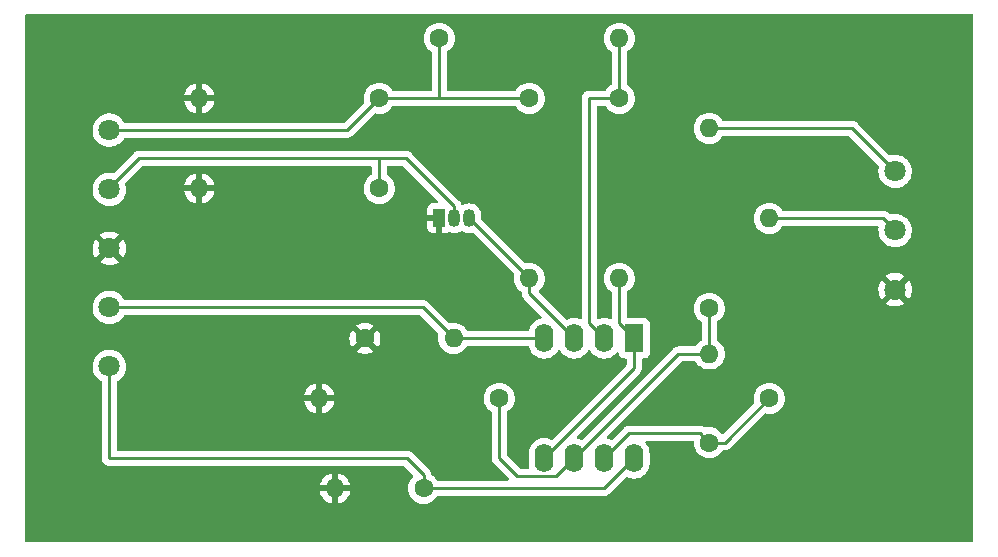
<source format=gbr>
%TF.GenerationSoftware,KiCad,Pcbnew,(6.0.0)*%
%TF.CreationDate,2022-01-11T18:07:16-05:00*%
%TF.ProjectId,PID_electronics,5049445f-656c-4656-9374-726f6e696373,rev?*%
%TF.SameCoordinates,Original*%
%TF.FileFunction,Copper,L1,Top*%
%TF.FilePolarity,Positive*%
%FSLAX46Y46*%
G04 Gerber Fmt 4.6, Leading zero omitted, Abs format (unit mm)*
G04 Created by KiCad (PCBNEW (6.0.0)) date 2022-01-11 18:07:16*
%MOMM*%
%LPD*%
G01*
G04 APERTURE LIST*
%TA.AperFunction,ComponentPad*%
%ADD10C,1.600000*%
%TD*%
%TA.AperFunction,ComponentPad*%
%ADD11O,1.600000X1.600000*%
%TD*%
%TA.AperFunction,ComponentPad*%
%ADD12C,1.803400*%
%TD*%
%TA.AperFunction,ComponentPad*%
%ADD13R,1.050000X1.500000*%
%TD*%
%TA.AperFunction,ComponentPad*%
%ADD14O,1.050000X1.500000*%
%TD*%
%TA.AperFunction,ComponentPad*%
%ADD15R,1.600000X2.400000*%
%TD*%
%TA.AperFunction,ComponentPad*%
%ADD16O,1.600000X2.400000*%
%TD*%
%TA.AperFunction,Conductor*%
%ADD17C,0.250000*%
%TD*%
G04 APERTURE END LIST*
D10*
%TO.P,C1,1*%
%TO.N,Net-(C1-Pad1)*%
X137160000Y-102810000D03*
D11*
%TO.P,C1,2*%
%TO.N,Net-(R8-Pad1)*%
X137160000Y-95310000D03*
%TD*%
D12*
%TO.P,J2,1,Pin_1*%
%TO.N,Net-(R7-Pad2)*%
X152900000Y-79853500D03*
%TO.P,J2,2,Pin_2*%
%TO.N,Net-(R6-Pad2)*%
X152900000Y-84853500D03*
%TO.P,J2,3,Pin_3*%
%TO.N,GNDREF*%
X152900000Y-89853500D03*
%TD*%
D13*
%TO.P,Q3,1,S*%
%TO.N,GNDREF*%
X114300000Y-83820000D03*
D14*
%TO.P,Q3,2,G*%
%TO.N,Net-(Q3-Pad2)*%
X115570000Y-83820000D03*
%TO.P,Q3,3,D*%
%TO.N,Net-(Q3-Pad3)*%
X116840000Y-83820000D03*
%TD*%
D12*
%TO.P,J1,1,Pin_1*%
%TO.N,Net-(R1-Pad1)*%
X86360000Y-76360000D03*
%TO.P,J1,2,Pin_2*%
%TO.N,Net-(Q3-Pad2)*%
X86360000Y-81360000D03*
%TO.P,J1,3,Pin_3*%
%TO.N,GNDREF*%
X86360000Y-86360000D03*
%TO.P,J1,4,Pin_4*%
%TO.N,-15V*%
X86360000Y-91360001D03*
%TO.P,J1,5,Pin_5*%
%TO.N,+15V*%
X86360000Y-96360001D03*
%TD*%
D10*
%TO.P,R7,1*%
%TO.N,Net-(R8-Pad1)*%
X137160000Y-91440000D03*
D11*
%TO.P,R7,2*%
%TO.N,Net-(R7-Pad2)*%
X137160000Y-76200000D03*
%TD*%
D10*
%TO.P,C3,1*%
%TO.N,+15V*%
X112970000Y-106680000D03*
D11*
%TO.P,C3,2*%
%TO.N,GNDREF*%
X105470000Y-106680000D03*
%TD*%
D10*
%TO.P,R4,1*%
%TO.N,Net-(R1-Pad1)*%
X109220000Y-73660000D03*
D11*
%TO.P,R4,2*%
%TO.N,GNDREF*%
X93980000Y-73660000D03*
%TD*%
D10*
%TO.P,R8,1*%
%TO.N,Net-(R8-Pad1)*%
X119380000Y-99060000D03*
D11*
%TO.P,R8,2*%
%TO.N,GNDREF*%
X104140000Y-99060000D03*
%TD*%
D15*
%TO.P,U1,1*%
%TO.N,Net-(R2-Pad2)*%
X130800000Y-93985000D03*
D16*
%TO.P,U1,2,-*%
%TO.N,Net-(R1-Pad2)*%
X128260000Y-93985000D03*
%TO.P,U1,3,+*%
%TO.N,Net-(Q3-Pad3)*%
X125720000Y-93985000D03*
%TO.P,U1,4,V-*%
%TO.N,-15V*%
X123180000Y-93985000D03*
%TO.P,U1,5,+*%
%TO.N,Net-(R2-Pad2)*%
X123180000Y-104145000D03*
%TO.P,U1,6,-*%
%TO.N,Net-(R8-Pad1)*%
X125720000Y-104145000D03*
%TO.P,U1,7*%
%TO.N,Net-(C1-Pad1)*%
X128260000Y-104145000D03*
%TO.P,U1,8,V+*%
%TO.N,+15V*%
X130800000Y-104145000D03*
%TD*%
D10*
%TO.P,C2,1*%
%TO.N,GNDREF*%
X108010000Y-93980000D03*
D11*
%TO.P,C2,2*%
%TO.N,-15V*%
X115510000Y-93980000D03*
%TD*%
D10*
%TO.P,R9,1*%
%TO.N,Net-(Q3-Pad2)*%
X109220000Y-81280000D03*
D11*
%TO.P,R9,2*%
%TO.N,GNDREF*%
X93980000Y-81280000D03*
%TD*%
D10*
%TO.P,R3,1*%
%TO.N,Net-(R1-Pad1)*%
X121920000Y-73660000D03*
D11*
%TO.P,R3,2*%
%TO.N,Net-(Q3-Pad3)*%
X121920000Y-88900000D03*
%TD*%
D10*
%TO.P,R2,1*%
%TO.N,Net-(R1-Pad2)*%
X129540000Y-73660000D03*
D11*
%TO.P,R2,2*%
%TO.N,Net-(R2-Pad2)*%
X129540000Y-88900000D03*
%TD*%
D10*
%TO.P,R6,1*%
%TO.N,Net-(C1-Pad1)*%
X142240000Y-99060000D03*
D11*
%TO.P,R6,2*%
%TO.N,Net-(R6-Pad2)*%
X142240000Y-83820000D03*
%TD*%
D10*
%TO.P,R1,1*%
%TO.N,Net-(R1-Pad1)*%
X114300000Y-68580000D03*
D11*
%TO.P,R1,2*%
%TO.N,Net-(R1-Pad2)*%
X129540000Y-68580000D03*
%TD*%
D17*
%TO.N,Net-(C1-Pad1)*%
X137160000Y-102810000D02*
X138490000Y-102810000D01*
X136360001Y-102010001D02*
X137160000Y-102810000D01*
X128260000Y-104145000D02*
X130394999Y-102010001D01*
X130394999Y-102010001D02*
X136360001Y-102010001D01*
X138490000Y-102810000D02*
X142240000Y-99060000D01*
%TO.N,-15V*%
X86360000Y-91360001D02*
X112890001Y-91360001D01*
X112890001Y-91360001D02*
X115510000Y-93980000D01*
X115510000Y-93980000D02*
X123175000Y-93980000D01*
X123175000Y-93980000D02*
X123180000Y-93985000D01*
%TO.N,+15V*%
X112970000Y-106680000D02*
X112970000Y-105548630D01*
X128265000Y-106680000D02*
X130800000Y-104145000D01*
X112970000Y-106680000D02*
X128265000Y-106680000D01*
X112970000Y-105548630D02*
X111561370Y-104140000D01*
X111561370Y-104140000D02*
X86360000Y-104140000D01*
X86360000Y-104140000D02*
X86360000Y-96360001D01*
%TO.N,Net-(Q3-Pad3)*%
X121920000Y-90185000D02*
X125720000Y-93985000D01*
X121920000Y-88900000D02*
X121920000Y-90185000D01*
X116840000Y-83820000D02*
X121920000Y-88900000D01*
%TO.N,Net-(R1-Pad2)*%
X127000000Y-73660000D02*
X129540000Y-73660000D01*
X127000000Y-92725000D02*
X127000000Y-73660000D01*
X129540000Y-73660000D02*
X129540000Y-68580000D01*
X128260000Y-93985000D02*
X127000000Y-92725000D01*
%TO.N,Net-(R2-Pad2)*%
X130800000Y-93985000D02*
X129540000Y-92725000D01*
X130800000Y-93985000D02*
X130800000Y-96525000D01*
X130800000Y-96525000D02*
X123180000Y-104145000D01*
X129540000Y-92725000D02*
X129540000Y-88900000D01*
%TO.N,Net-(R6-Pad2)*%
X142240000Y-83820000D02*
X151866500Y-83820000D01*
X151866500Y-83820000D02*
X152900000Y-84853500D01*
%TO.N,Net-(R7-Pad2)*%
X149246500Y-76200000D02*
X152900000Y-79853500D01*
X137160000Y-76200000D02*
X149246500Y-76200000D01*
%TO.N,Net-(R8-Pad1)*%
X120909520Y-105669520D02*
X124195480Y-105669520D01*
X125720000Y-104145000D02*
X134555000Y-95310000D01*
X119380000Y-104140000D02*
X119380000Y-99060000D01*
X124195480Y-105669520D02*
X125720000Y-104145000D01*
X119380000Y-104140000D02*
X120909520Y-105669520D01*
X134555000Y-95310000D02*
X137160000Y-95310000D01*
X137160000Y-95310000D02*
X137160000Y-91440000D01*
%TO.N,Net-(R1-Pad1)*%
X114300000Y-73660000D02*
X114300000Y-71120000D01*
X86360000Y-76360000D02*
X106520000Y-76360000D01*
X106520000Y-76360000D02*
X109220000Y-73660000D01*
X109220000Y-73660000D02*
X114300000Y-73660000D01*
X114300000Y-73660000D02*
X119380000Y-73660000D01*
X119380000Y-73660000D02*
X121920000Y-73660000D01*
X114300000Y-71120000D02*
X114300000Y-68580000D01*
%TO.N,Net-(Q3-Pad2)*%
X111490000Y-78740000D02*
X115570000Y-82820000D01*
X109220000Y-78740000D02*
X88900000Y-78740000D01*
X115570000Y-83820000D02*
X115570000Y-82820000D01*
X109220000Y-78740000D02*
X111490000Y-78740000D01*
X88900000Y-78740000D02*
X86360000Y-81280000D01*
X109220000Y-78740000D02*
X109220000Y-81280000D01*
%TD*%
%TA.AperFunction,Conductor*%
%TO.N,GNDREF*%
G36*
X159454121Y-66568002D02*
G01*
X159500614Y-66621658D01*
X159512000Y-66674000D01*
X159512000Y-111126000D01*
X159491998Y-111194121D01*
X159438342Y-111240614D01*
X159386000Y-111252000D01*
X79374000Y-111252000D01*
X79305879Y-111231998D01*
X79259386Y-111178342D01*
X79248000Y-111126000D01*
X79248000Y-106946522D01*
X104187273Y-106946522D01*
X104234764Y-107123761D01*
X104238510Y-107134053D01*
X104330586Y-107331511D01*
X104336069Y-107341007D01*
X104461028Y-107519467D01*
X104468084Y-107527875D01*
X104622125Y-107681916D01*
X104630533Y-107688972D01*
X104808993Y-107813931D01*
X104818489Y-107819414D01*
X105015947Y-107911490D01*
X105026239Y-107915236D01*
X105198503Y-107961394D01*
X105212599Y-107961058D01*
X105216000Y-107953116D01*
X105216000Y-107947967D01*
X105724000Y-107947967D01*
X105727973Y-107961498D01*
X105736522Y-107962727D01*
X105913761Y-107915236D01*
X105924053Y-107911490D01*
X106121511Y-107819414D01*
X106131007Y-107813931D01*
X106309467Y-107688972D01*
X106317875Y-107681916D01*
X106471916Y-107527875D01*
X106478972Y-107519467D01*
X106603931Y-107341007D01*
X106609414Y-107331511D01*
X106701490Y-107134053D01*
X106705236Y-107123761D01*
X106751394Y-106951497D01*
X106751058Y-106937401D01*
X106743116Y-106934000D01*
X105742115Y-106934000D01*
X105726876Y-106938475D01*
X105725671Y-106939865D01*
X105724000Y-106947548D01*
X105724000Y-107947967D01*
X105216000Y-107947967D01*
X105216000Y-106952115D01*
X105211525Y-106936876D01*
X105210135Y-106935671D01*
X105202452Y-106934000D01*
X104202033Y-106934000D01*
X104188502Y-106937973D01*
X104187273Y-106946522D01*
X79248000Y-106946522D01*
X79248000Y-106408503D01*
X104188606Y-106408503D01*
X104188942Y-106422599D01*
X104196884Y-106426000D01*
X105197885Y-106426000D01*
X105213124Y-106421525D01*
X105214329Y-106420135D01*
X105216000Y-106412452D01*
X105216000Y-106407885D01*
X105724000Y-106407885D01*
X105728475Y-106423124D01*
X105729865Y-106424329D01*
X105737548Y-106426000D01*
X106737967Y-106426000D01*
X106751498Y-106422027D01*
X106752727Y-106413478D01*
X106705236Y-106236239D01*
X106701490Y-106225947D01*
X106609414Y-106028489D01*
X106603931Y-106018993D01*
X106478972Y-105840533D01*
X106471916Y-105832125D01*
X106317875Y-105678084D01*
X106309467Y-105671028D01*
X106131007Y-105546069D01*
X106121511Y-105540586D01*
X105924053Y-105448510D01*
X105913761Y-105444764D01*
X105741497Y-105398606D01*
X105727401Y-105398942D01*
X105724000Y-105406884D01*
X105724000Y-106407885D01*
X105216000Y-106407885D01*
X105216000Y-105412033D01*
X105212027Y-105398502D01*
X105203478Y-105397273D01*
X105026239Y-105444764D01*
X105015947Y-105448510D01*
X104818489Y-105540586D01*
X104808993Y-105546069D01*
X104630533Y-105671028D01*
X104622125Y-105678084D01*
X104468084Y-105832125D01*
X104461028Y-105840533D01*
X104336069Y-106018993D01*
X104330586Y-106028489D01*
X104238510Y-106225947D01*
X104234764Y-106236239D01*
X104188606Y-106408503D01*
X79248000Y-106408503D01*
X79248000Y-96325429D01*
X84945389Y-96325429D01*
X84958738Y-96556936D01*
X84959873Y-96561973D01*
X84959874Y-96561979D01*
X85002782Y-96752378D01*
X85009718Y-96783154D01*
X85096962Y-96998008D01*
X85218125Y-97195728D01*
X85369953Y-97371003D01*
X85548370Y-97519128D01*
X85552827Y-97521732D01*
X85552832Y-97521736D01*
X85664070Y-97586738D01*
X85712794Y-97638376D01*
X85726500Y-97695526D01*
X85726500Y-104068207D01*
X85724268Y-104091816D01*
X85722725Y-104099906D01*
X85723223Y-104107817D01*
X85726251Y-104155951D01*
X85726500Y-104163862D01*
X85726500Y-104179856D01*
X85728506Y-104195730D01*
X85729248Y-104203590D01*
X85732775Y-104259650D01*
X85735225Y-104267191D01*
X85735321Y-104267487D01*
X85740494Y-104290631D01*
X85740532Y-104290935D01*
X85740533Y-104290940D01*
X85741526Y-104298797D01*
X85744442Y-104306162D01*
X85744443Y-104306166D01*
X85762199Y-104351011D01*
X85764871Y-104358430D01*
X85782236Y-104411875D01*
X85786486Y-104418571D01*
X85786486Y-104418572D01*
X85786650Y-104418831D01*
X85797415Y-104439958D01*
X85797529Y-104440246D01*
X85797532Y-104440251D01*
X85800448Y-104447617D01*
X85805104Y-104454025D01*
X85805107Y-104454031D01*
X85833458Y-104493052D01*
X85837901Y-104499589D01*
X85868000Y-104547018D01*
X85873778Y-104552444D01*
X85873779Y-104552445D01*
X85874007Y-104552659D01*
X85889688Y-104570446D01*
X85894528Y-104577107D01*
X85900637Y-104582161D01*
X85900638Y-104582162D01*
X85937796Y-104612903D01*
X85943730Y-104618134D01*
X85978898Y-104651158D01*
X85978901Y-104651160D01*
X85984679Y-104656586D01*
X85991903Y-104660558D01*
X86011506Y-104673881D01*
X86011746Y-104674080D01*
X86011753Y-104674084D01*
X86017856Y-104679133D01*
X86057400Y-104697741D01*
X86068676Y-104703047D01*
X86075708Y-104706629D01*
X86124940Y-104733695D01*
X86132615Y-104735665D01*
X86132621Y-104735668D01*
X86132919Y-104735744D01*
X86155228Y-104743776D01*
X86155503Y-104743906D01*
X86155511Y-104743909D01*
X86162682Y-104747283D01*
X86217849Y-104757806D01*
X86225558Y-104759529D01*
X86257019Y-104767607D01*
X86272293Y-104771529D01*
X86272294Y-104771529D01*
X86279970Y-104773500D01*
X86288207Y-104773500D01*
X86311816Y-104775732D01*
X86312119Y-104775790D01*
X86312123Y-104775790D01*
X86319906Y-104777275D01*
X86375951Y-104773749D01*
X86383862Y-104773500D01*
X111246776Y-104773500D01*
X111314897Y-104793502D01*
X111335871Y-104810405D01*
X112073389Y-105547923D01*
X112107415Y-105610235D01*
X112102350Y-105681050D01*
X112073389Y-105726113D01*
X111963802Y-105835700D01*
X111960645Y-105840208D01*
X111960643Y-105840211D01*
X111923178Y-105893717D01*
X111832477Y-106023251D01*
X111830154Y-106028233D01*
X111830151Y-106028238D01*
X111738039Y-106225775D01*
X111735716Y-106230757D01*
X111734294Y-106236065D01*
X111734293Y-106236067D01*
X111686756Y-106413478D01*
X111676457Y-106451913D01*
X111656502Y-106680000D01*
X111676457Y-106908087D01*
X111677881Y-106913400D01*
X111677881Y-106913402D01*
X111730934Y-107111395D01*
X111735716Y-107129243D01*
X111738039Y-107134224D01*
X111738039Y-107134225D01*
X111830151Y-107331762D01*
X111830154Y-107331767D01*
X111832477Y-107336749D01*
X111963802Y-107524300D01*
X112125700Y-107686198D01*
X112130208Y-107689355D01*
X112130211Y-107689357D01*
X112208389Y-107744098D01*
X112313251Y-107817523D01*
X112318233Y-107819846D01*
X112318238Y-107819849D01*
X112514765Y-107911490D01*
X112520757Y-107914284D01*
X112526065Y-107915706D01*
X112526067Y-107915707D01*
X112736598Y-107972119D01*
X112736600Y-107972119D01*
X112741913Y-107973543D01*
X112970000Y-107993498D01*
X113198087Y-107973543D01*
X113203400Y-107972119D01*
X113203402Y-107972119D01*
X113413933Y-107915707D01*
X113413935Y-107915706D01*
X113419243Y-107914284D01*
X113425235Y-107911490D01*
X113621762Y-107819849D01*
X113621767Y-107819846D01*
X113626749Y-107817523D01*
X113731611Y-107744098D01*
X113809789Y-107689357D01*
X113809792Y-107689355D01*
X113814300Y-107686198D01*
X113976198Y-107524300D01*
X114086181Y-107367229D01*
X114141638Y-107322901D01*
X114189394Y-107313500D01*
X128186233Y-107313500D01*
X128197416Y-107314027D01*
X128204909Y-107315702D01*
X128212835Y-107315453D01*
X128212836Y-107315453D01*
X128272986Y-107313562D01*
X128276945Y-107313500D01*
X128304856Y-107313500D01*
X128308791Y-107313003D01*
X128308856Y-107312995D01*
X128320693Y-107312062D01*
X128352951Y-107311048D01*
X128356970Y-107310922D01*
X128364889Y-107310673D01*
X128384343Y-107305021D01*
X128403700Y-107301013D01*
X128415930Y-107299468D01*
X128415931Y-107299468D01*
X128423797Y-107298474D01*
X128431168Y-107295555D01*
X128431170Y-107295555D01*
X128464912Y-107282196D01*
X128476142Y-107278351D01*
X128510983Y-107268229D01*
X128510984Y-107268229D01*
X128518593Y-107266018D01*
X128525412Y-107261985D01*
X128525417Y-107261983D01*
X128536028Y-107255707D01*
X128553776Y-107247012D01*
X128572617Y-107239552D01*
X128608387Y-107213564D01*
X128618307Y-107207048D01*
X128649535Y-107188580D01*
X128649538Y-107188578D01*
X128656362Y-107184542D01*
X128670683Y-107170221D01*
X128685717Y-107157380D01*
X128695694Y-107150131D01*
X128702107Y-107145472D01*
X128730298Y-107111395D01*
X128738288Y-107102616D01*
X130091184Y-105749720D01*
X130153496Y-105715694D01*
X130224311Y-105720759D01*
X130233528Y-105724620D01*
X130345768Y-105776958D01*
X130345772Y-105776959D01*
X130350757Y-105779284D01*
X130423565Y-105798793D01*
X130566598Y-105837119D01*
X130566600Y-105837119D01*
X130571913Y-105838543D01*
X130800000Y-105858498D01*
X131028087Y-105838543D01*
X131033400Y-105837119D01*
X131033402Y-105837119D01*
X131243933Y-105780707D01*
X131243935Y-105780706D01*
X131249243Y-105779284D01*
X131254231Y-105776958D01*
X131451762Y-105684849D01*
X131451767Y-105684846D01*
X131456749Y-105682523D01*
X131628719Y-105562108D01*
X131639789Y-105554357D01*
X131639792Y-105554355D01*
X131644300Y-105551198D01*
X131806198Y-105389300D01*
X131838472Y-105343209D01*
X131910030Y-105241013D01*
X131937523Y-105201749D01*
X131939846Y-105196767D01*
X131939849Y-105196762D01*
X132031961Y-104999225D01*
X132031961Y-104999224D01*
X132034284Y-104994243D01*
X132093543Y-104773087D01*
X132103388Y-104660555D01*
X132108262Y-104604851D01*
X132108262Y-104604844D01*
X132108500Y-104602127D01*
X132108500Y-103687873D01*
X132108127Y-103683602D01*
X132099971Y-103590386D01*
X132093543Y-103516913D01*
X132090337Y-103504949D01*
X132035707Y-103301067D01*
X132035706Y-103301065D01*
X132034284Y-103295757D01*
X132021978Y-103269366D01*
X131939849Y-103093238D01*
X131939846Y-103093233D01*
X131937523Y-103088251D01*
X131806198Y-102900700D01*
X131764094Y-102858596D01*
X131730068Y-102796284D01*
X131735133Y-102725469D01*
X131777680Y-102668633D01*
X131844200Y-102643822D01*
X131853189Y-102643501D01*
X135723563Y-102643501D01*
X135791684Y-102663503D01*
X135838177Y-102717159D01*
X135849084Y-102780481D01*
X135847702Y-102796284D01*
X135846502Y-102810000D01*
X135866457Y-103038087D01*
X135867881Y-103043400D01*
X135867881Y-103043402D01*
X135920934Y-103241395D01*
X135925716Y-103259243D01*
X135928039Y-103264224D01*
X135928039Y-103264225D01*
X136020151Y-103461762D01*
X136020154Y-103461767D01*
X136022477Y-103466749D01*
X136074655Y-103541267D01*
X136106845Y-103587238D01*
X136153802Y-103654300D01*
X136315700Y-103816198D01*
X136320208Y-103819355D01*
X136320211Y-103819357D01*
X136367099Y-103852188D01*
X136503251Y-103947523D01*
X136508233Y-103949846D01*
X136508238Y-103949849D01*
X136705775Y-104041961D01*
X136710757Y-104044284D01*
X136716065Y-104045706D01*
X136716067Y-104045707D01*
X136926598Y-104102119D01*
X136926600Y-104102119D01*
X136931913Y-104103543D01*
X137160000Y-104123498D01*
X137388087Y-104103543D01*
X137393400Y-104102119D01*
X137393402Y-104102119D01*
X137603933Y-104045707D01*
X137603935Y-104045706D01*
X137609243Y-104044284D01*
X137614225Y-104041961D01*
X137811762Y-103949849D01*
X137811767Y-103949846D01*
X137816749Y-103947523D01*
X137952901Y-103852188D01*
X137999789Y-103819357D01*
X137999792Y-103819355D01*
X138004300Y-103816198D01*
X138166198Y-103654300D01*
X138187825Y-103623414D01*
X138276181Y-103497229D01*
X138331638Y-103452901D01*
X138379394Y-103443500D01*
X138411233Y-103443500D01*
X138422416Y-103444027D01*
X138429909Y-103445702D01*
X138437835Y-103445453D01*
X138437836Y-103445453D01*
X138497986Y-103443562D01*
X138501945Y-103443500D01*
X138529856Y-103443500D01*
X138533791Y-103443003D01*
X138533856Y-103442995D01*
X138545693Y-103442062D01*
X138577951Y-103441048D01*
X138581970Y-103440922D01*
X138589889Y-103440673D01*
X138609343Y-103435021D01*
X138628700Y-103431013D01*
X138640930Y-103429468D01*
X138640931Y-103429468D01*
X138648797Y-103428474D01*
X138656168Y-103425555D01*
X138656170Y-103425555D01*
X138689912Y-103412196D01*
X138701142Y-103408351D01*
X138735983Y-103398229D01*
X138735984Y-103398229D01*
X138743593Y-103396018D01*
X138750412Y-103391985D01*
X138750417Y-103391983D01*
X138761028Y-103385707D01*
X138778776Y-103377012D01*
X138797617Y-103369552D01*
X138833387Y-103343564D01*
X138843307Y-103337048D01*
X138874535Y-103318580D01*
X138874538Y-103318578D01*
X138881362Y-103314542D01*
X138895683Y-103300221D01*
X138910717Y-103287380D01*
X138920694Y-103280131D01*
X138927107Y-103275472D01*
X138955298Y-103241395D01*
X138963288Y-103232616D01*
X141826752Y-100369152D01*
X141889064Y-100335126D01*
X141948459Y-100336541D01*
X142006591Y-100352118D01*
X142006602Y-100352120D01*
X142011913Y-100353543D01*
X142240000Y-100373498D01*
X142468087Y-100353543D01*
X142473400Y-100352119D01*
X142473402Y-100352119D01*
X142683933Y-100295707D01*
X142683935Y-100295706D01*
X142689243Y-100294284D01*
X142721175Y-100279394D01*
X142891762Y-100199849D01*
X142891767Y-100199846D01*
X142896749Y-100197523D01*
X143001611Y-100124098D01*
X143079789Y-100069357D01*
X143079792Y-100069355D01*
X143084300Y-100066198D01*
X143246198Y-99904300D01*
X143377523Y-99716749D01*
X143379846Y-99711767D01*
X143379849Y-99711762D01*
X143471961Y-99514225D01*
X143471961Y-99514224D01*
X143474284Y-99509243D01*
X143497523Y-99422517D01*
X143532119Y-99293402D01*
X143532119Y-99293400D01*
X143533543Y-99288087D01*
X143553498Y-99060000D01*
X143533543Y-98831913D01*
X143523244Y-98793478D01*
X143475707Y-98616067D01*
X143475706Y-98616065D01*
X143474284Y-98610757D01*
X143379966Y-98408489D01*
X143379849Y-98408238D01*
X143379846Y-98408233D01*
X143377523Y-98403251D01*
X143246198Y-98215700D01*
X143084300Y-98053802D01*
X143079792Y-98050645D01*
X143079789Y-98050643D01*
X143001611Y-97995902D01*
X142896749Y-97922477D01*
X142891767Y-97920154D01*
X142891762Y-97920151D01*
X142694225Y-97828039D01*
X142694224Y-97828039D01*
X142689243Y-97825716D01*
X142683935Y-97824294D01*
X142683933Y-97824293D01*
X142473402Y-97767881D01*
X142473400Y-97767881D01*
X142468087Y-97766457D01*
X142240000Y-97746502D01*
X142011913Y-97766457D01*
X142006600Y-97767881D01*
X142006598Y-97767881D01*
X141796067Y-97824293D01*
X141796065Y-97824294D01*
X141790757Y-97825716D01*
X141785776Y-97828039D01*
X141785775Y-97828039D01*
X141588238Y-97920151D01*
X141588233Y-97920154D01*
X141583251Y-97922477D01*
X141478389Y-97995902D01*
X141400211Y-98050643D01*
X141400208Y-98050645D01*
X141395700Y-98053802D01*
X141233802Y-98215700D01*
X141102477Y-98403251D01*
X141100154Y-98408233D01*
X141100151Y-98408238D01*
X141100034Y-98408489D01*
X141005716Y-98610757D01*
X141004294Y-98616065D01*
X141004293Y-98616067D01*
X140956756Y-98793478D01*
X140946457Y-98831913D01*
X140926502Y-99060000D01*
X140946457Y-99288087D01*
X140947880Y-99293398D01*
X140947882Y-99293409D01*
X140963459Y-99351541D01*
X140961770Y-99422517D01*
X140930848Y-99473248D01*
X138384479Y-102019616D01*
X138322167Y-102053642D01*
X138251351Y-102048577D01*
X138192172Y-102002793D01*
X138169359Y-101970214D01*
X138169358Y-101970212D01*
X138166198Y-101965700D01*
X138004300Y-101803802D01*
X137999792Y-101800645D01*
X137999789Y-101800643D01*
X137921611Y-101745902D01*
X137816749Y-101672477D01*
X137811767Y-101670154D01*
X137811762Y-101670151D01*
X137614225Y-101578039D01*
X137614224Y-101578039D01*
X137609243Y-101575716D01*
X137603935Y-101574294D01*
X137603933Y-101574293D01*
X137393402Y-101517881D01*
X137393400Y-101517881D01*
X137388087Y-101516457D01*
X137160000Y-101496502D01*
X136931913Y-101516457D01*
X136865794Y-101534174D01*
X136794820Y-101532484D01*
X136746934Y-101504319D01*
X136741102Y-101498843D01*
X136735322Y-101493415D01*
X136728376Y-101489596D01*
X136728373Y-101489594D01*
X136717567Y-101483653D01*
X136701048Y-101472802D01*
X136700584Y-101472442D01*
X136685042Y-101460387D01*
X136677773Y-101457242D01*
X136677769Y-101457239D01*
X136644464Y-101442827D01*
X136633814Y-101437610D01*
X136595061Y-101416306D01*
X136575438Y-101411268D01*
X136556735Y-101404864D01*
X136545421Y-101399968D01*
X136545420Y-101399968D01*
X136538146Y-101396820D01*
X136530323Y-101395581D01*
X136530313Y-101395578D01*
X136494477Y-101389902D01*
X136482857Y-101387496D01*
X136447712Y-101378473D01*
X136447711Y-101378473D01*
X136440031Y-101376501D01*
X136419777Y-101376501D01*
X136400066Y-101374950D01*
X136387887Y-101373021D01*
X136380058Y-101371781D01*
X136350787Y-101374548D01*
X136336040Y-101375942D01*
X136324182Y-101376501D01*
X130473767Y-101376501D01*
X130462584Y-101375974D01*
X130455091Y-101374299D01*
X130447165Y-101374548D01*
X130447164Y-101374548D01*
X130387001Y-101376439D01*
X130383043Y-101376501D01*
X130355143Y-101376501D01*
X130351153Y-101377005D01*
X130339319Y-101377937D01*
X130295110Y-101379327D01*
X130287494Y-101381540D01*
X130287492Y-101381540D01*
X130275651Y-101384980D01*
X130256292Y-101388989D01*
X130254982Y-101389155D01*
X130236202Y-101391527D01*
X130228836Y-101394443D01*
X130228830Y-101394445D01*
X130195097Y-101407801D01*
X130183867Y-101411646D01*
X130167827Y-101416306D01*
X130141406Y-101423982D01*
X130134583Y-101428017D01*
X130123965Y-101434296D01*
X130106212Y-101442993D01*
X130098567Y-101446020D01*
X130087382Y-101450449D01*
X130073704Y-101460387D01*
X130051611Y-101476438D01*
X130041694Y-101482952D01*
X130003637Y-101505459D01*
X129989316Y-101519780D01*
X129974283Y-101532620D01*
X129957892Y-101544529D01*
X129952841Y-101550635D01*
X129929701Y-101578606D01*
X129921721Y-101587375D01*
X128968813Y-102540282D01*
X128906503Y-102574306D01*
X128835687Y-102569241D01*
X128826483Y-102565386D01*
X128709243Y-102510716D01*
X128557999Y-102470190D01*
X128497377Y-102433238D01*
X128466355Y-102369377D01*
X128474784Y-102298883D01*
X128501516Y-102259388D01*
X134780500Y-95980405D01*
X134842812Y-95946379D01*
X134869595Y-95943500D01*
X135940606Y-95943500D01*
X136008727Y-95963502D01*
X136043819Y-95997229D01*
X136150643Y-96149789D01*
X136153802Y-96154300D01*
X136315700Y-96316198D01*
X136320208Y-96319355D01*
X136320211Y-96319357D01*
X136373467Y-96356647D01*
X136503251Y-96447523D01*
X136508233Y-96449846D01*
X136508238Y-96449849D01*
X136618032Y-96501046D01*
X136710757Y-96544284D01*
X136716065Y-96545706D01*
X136716067Y-96545707D01*
X136926598Y-96602119D01*
X136926600Y-96602119D01*
X136931913Y-96603543D01*
X137160000Y-96623498D01*
X137388087Y-96603543D01*
X137393400Y-96602119D01*
X137393402Y-96602119D01*
X137603933Y-96545707D01*
X137603935Y-96545706D01*
X137609243Y-96544284D01*
X137701968Y-96501046D01*
X137811762Y-96449849D01*
X137811767Y-96449846D01*
X137816749Y-96447523D01*
X137946533Y-96356647D01*
X137999789Y-96319357D01*
X137999792Y-96319355D01*
X138004300Y-96316198D01*
X138166198Y-96154300D01*
X138180385Y-96134040D01*
X138224098Y-96071611D01*
X138297523Y-95966749D01*
X138299846Y-95961767D01*
X138299849Y-95961762D01*
X138391961Y-95764225D01*
X138391961Y-95764224D01*
X138394284Y-95759243D01*
X138406541Y-95713502D01*
X138452119Y-95543402D01*
X138452119Y-95543400D01*
X138453543Y-95538087D01*
X138473498Y-95310000D01*
X138453543Y-95081913D01*
X138446044Y-95053927D01*
X138395707Y-94866067D01*
X138395706Y-94866065D01*
X138394284Y-94860757D01*
X138384244Y-94839225D01*
X138299849Y-94658238D01*
X138299846Y-94658233D01*
X138297523Y-94653251D01*
X138166198Y-94465700D01*
X138004300Y-94303802D01*
X137999792Y-94300645D01*
X137999789Y-94300643D01*
X137847229Y-94193819D01*
X137802901Y-94138362D01*
X137793500Y-94090606D01*
X137793500Y-92659394D01*
X137813502Y-92591273D01*
X137847229Y-92556181D01*
X137999789Y-92449357D01*
X137999792Y-92449355D01*
X138004300Y-92446198D01*
X138166198Y-92284300D01*
X138171402Y-92276869D01*
X138294366Y-92101257D01*
X138297523Y-92096749D01*
X138299846Y-92091767D01*
X138299849Y-92091762D01*
X138391961Y-91894225D01*
X138391961Y-91894224D01*
X138394284Y-91889243D01*
X138453543Y-91668087D01*
X138473498Y-91440000D01*
X138453543Y-91211913D01*
X138441838Y-91168228D01*
X138401088Y-91016149D01*
X152102181Y-91016149D01*
X152107462Y-91023204D01*
X152284343Y-91126565D01*
X152293626Y-91131012D01*
X152500527Y-91210020D01*
X152510425Y-91212896D01*
X152727452Y-91257050D01*
X152737681Y-91258269D01*
X152959003Y-91266386D01*
X152969289Y-91265919D01*
X153188970Y-91237777D01*
X153199048Y-91235635D01*
X153411175Y-91171994D01*
X153420782Y-91168228D01*
X153619653Y-91070802D01*
X153628512Y-91065522D01*
X153686315Y-91024291D01*
X153694715Y-91013591D01*
X153687728Y-91000438D01*
X152912812Y-90225522D01*
X152898868Y-90217908D01*
X152897035Y-90218039D01*
X152890420Y-90222290D01*
X152108941Y-91003769D01*
X152102181Y-91016149D01*
X138401088Y-91016149D01*
X138395707Y-90996067D01*
X138395706Y-90996065D01*
X138394284Y-90990757D01*
X138374140Y-90947558D01*
X138299849Y-90788238D01*
X138299846Y-90788233D01*
X138297523Y-90783251D01*
X138217482Y-90668941D01*
X138169357Y-90600211D01*
X138169355Y-90600208D01*
X138166198Y-90595700D01*
X138004300Y-90433802D01*
X137999792Y-90430645D01*
X137999789Y-90430643D01*
X137912143Y-90369273D01*
X137816749Y-90302477D01*
X137811767Y-90300154D01*
X137811762Y-90300151D01*
X137614225Y-90208039D01*
X137614224Y-90208039D01*
X137609243Y-90205716D01*
X137603935Y-90204294D01*
X137603933Y-90204293D01*
X137393402Y-90147881D01*
X137393400Y-90147881D01*
X137388087Y-90146457D01*
X137160000Y-90126502D01*
X136931913Y-90146457D01*
X136926600Y-90147881D01*
X136926598Y-90147881D01*
X136716067Y-90204293D01*
X136716065Y-90204294D01*
X136710757Y-90205716D01*
X136705776Y-90208039D01*
X136705775Y-90208039D01*
X136508238Y-90300151D01*
X136508233Y-90300154D01*
X136503251Y-90302477D01*
X136407857Y-90369273D01*
X136320211Y-90430643D01*
X136320208Y-90430645D01*
X136315700Y-90433802D01*
X136153802Y-90595700D01*
X136150645Y-90600208D01*
X136150643Y-90600211D01*
X136102518Y-90668941D01*
X136022477Y-90783251D01*
X136020154Y-90788233D01*
X136020151Y-90788238D01*
X135945860Y-90947558D01*
X135925716Y-90990757D01*
X135924294Y-90996065D01*
X135924293Y-90996067D01*
X135878162Y-91168228D01*
X135866457Y-91211913D01*
X135846502Y-91440000D01*
X135866457Y-91668087D01*
X135925716Y-91889243D01*
X135928039Y-91894224D01*
X135928039Y-91894225D01*
X136020151Y-92091762D01*
X136020154Y-92091767D01*
X136022477Y-92096749D01*
X136025634Y-92101257D01*
X136148599Y-92276869D01*
X136153802Y-92284300D01*
X136315700Y-92446198D01*
X136320208Y-92449355D01*
X136320211Y-92449357D01*
X136472771Y-92556181D01*
X136517099Y-92611638D01*
X136526500Y-92659394D01*
X136526500Y-94090606D01*
X136506498Y-94158727D01*
X136472771Y-94193819D01*
X136320211Y-94300643D01*
X136320208Y-94300645D01*
X136315700Y-94303802D01*
X136153802Y-94465700D01*
X136150645Y-94470208D01*
X136150643Y-94470211D01*
X136043819Y-94622771D01*
X135988362Y-94667099D01*
X135940606Y-94676500D01*
X134633767Y-94676500D01*
X134622584Y-94675973D01*
X134615091Y-94674298D01*
X134607165Y-94674547D01*
X134607164Y-94674547D01*
X134547001Y-94676438D01*
X134543043Y-94676500D01*
X134515144Y-94676500D01*
X134511154Y-94677004D01*
X134499320Y-94677936D01*
X134455111Y-94679326D01*
X134447497Y-94681538D01*
X134447492Y-94681539D01*
X134435659Y-94684977D01*
X134416296Y-94688988D01*
X134396203Y-94691526D01*
X134388836Y-94694443D01*
X134388831Y-94694444D01*
X134355092Y-94707802D01*
X134343865Y-94711646D01*
X134301407Y-94723982D01*
X134294581Y-94728019D01*
X134283972Y-94734293D01*
X134266224Y-94742988D01*
X134247383Y-94750448D01*
X134240967Y-94755110D01*
X134240966Y-94755110D01*
X134211613Y-94776436D01*
X134201693Y-94782952D01*
X134170465Y-94801420D01*
X134170462Y-94801422D01*
X134163638Y-94805458D01*
X134149317Y-94819779D01*
X134134284Y-94832619D01*
X134117893Y-94844528D01*
X134089702Y-94878605D01*
X134081712Y-94887384D01*
X126428815Y-102540280D01*
X126366503Y-102574306D01*
X126295688Y-102569241D01*
X126286483Y-102565386D01*
X126169243Y-102510716D01*
X126017999Y-102470190D01*
X125957377Y-102433238D01*
X125926355Y-102369377D01*
X125934784Y-102298883D01*
X125961516Y-102259388D01*
X131192247Y-97028657D01*
X131200537Y-97021113D01*
X131207018Y-97017000D01*
X131253659Y-96967332D01*
X131256413Y-96964491D01*
X131276134Y-96944770D01*
X131278612Y-96941575D01*
X131286318Y-96932553D01*
X131311158Y-96906101D01*
X131316586Y-96900321D01*
X131326346Y-96882568D01*
X131337199Y-96866045D01*
X131344753Y-96856306D01*
X131349613Y-96850041D01*
X131367176Y-96809457D01*
X131372383Y-96798827D01*
X131393695Y-96760060D01*
X131395666Y-96752383D01*
X131395668Y-96752378D01*
X131398732Y-96740442D01*
X131405138Y-96721730D01*
X131410034Y-96710417D01*
X131413181Y-96703145D01*
X131419384Y-96663985D01*
X131420097Y-96659481D01*
X131422504Y-96647860D01*
X131431528Y-96612711D01*
X131431528Y-96612710D01*
X131433500Y-96605030D01*
X131433500Y-96584769D01*
X131435051Y-96565058D01*
X131436338Y-96556936D01*
X131438219Y-96545057D01*
X131434059Y-96501046D01*
X131433500Y-96489189D01*
X131433500Y-95819500D01*
X131453502Y-95751379D01*
X131507158Y-95704886D01*
X131559500Y-95693500D01*
X131648134Y-95693500D01*
X131710316Y-95686745D01*
X131846705Y-95635615D01*
X131963261Y-95548261D01*
X132050615Y-95431705D01*
X132101745Y-95295316D01*
X132108500Y-95233134D01*
X132108500Y-92736866D01*
X132101745Y-92674684D01*
X132050615Y-92538295D01*
X131963261Y-92421739D01*
X131846705Y-92334385D01*
X131710316Y-92283255D01*
X131648134Y-92276500D01*
X130299500Y-92276500D01*
X130231379Y-92256498D01*
X130184886Y-92202842D01*
X130173500Y-92150500D01*
X130173500Y-90119394D01*
X130193502Y-90051273D01*
X130227229Y-90016181D01*
X130379789Y-89909357D01*
X130379792Y-89909355D01*
X130384300Y-89906198D01*
X130466402Y-89824096D01*
X151486188Y-89824096D01*
X151498937Y-90045196D01*
X151500373Y-90055417D01*
X151549060Y-90271455D01*
X151552144Y-90281296D01*
X151635464Y-90486487D01*
X151640114Y-90495692D01*
X151728862Y-90640515D01*
X151739320Y-90649977D01*
X151748096Y-90646194D01*
X152527978Y-89866312D01*
X152534356Y-89854632D01*
X153264408Y-89854632D01*
X153264539Y-89856465D01*
X153268790Y-89863080D01*
X154047520Y-90641810D01*
X154059531Y-90648369D01*
X154071269Y-90639401D01*
X154109469Y-90586241D01*
X154114784Y-90577395D01*
X154212904Y-90378866D01*
X154216702Y-90369273D01*
X154281083Y-90157369D01*
X154283260Y-90147299D01*
X154312405Y-89925922D01*
X154312924Y-89919247D01*
X154314449Y-89856864D01*
X154314255Y-89850146D01*
X154295961Y-89627621D01*
X154294278Y-89617459D01*
X154240324Y-89402659D01*
X154237005Y-89392908D01*
X154148689Y-89189796D01*
X154143825Y-89180725D01*
X154070453Y-89067310D01*
X154059766Y-89058106D01*
X154050201Y-89062509D01*
X153272022Y-89840688D01*
X153264408Y-89854632D01*
X152534356Y-89854632D01*
X152535592Y-89852368D01*
X152535461Y-89850535D01*
X152531210Y-89843920D01*
X151752643Y-89065353D01*
X151741107Y-89059053D01*
X151728824Y-89068677D01*
X151672991Y-89150525D01*
X151667893Y-89159499D01*
X151574652Y-89360370D01*
X151571089Y-89370057D01*
X151511906Y-89583461D01*
X151509975Y-89593580D01*
X151486440Y-89813807D01*
X151486188Y-89824096D01*
X130466402Y-89824096D01*
X130546198Y-89744300D01*
X130677523Y-89556749D01*
X130679846Y-89551767D01*
X130679849Y-89551762D01*
X130771961Y-89354225D01*
X130771961Y-89354224D01*
X130774284Y-89349243D01*
X130833543Y-89128087D01*
X130853498Y-88900000D01*
X130835388Y-88692998D01*
X152104294Y-88692998D01*
X152111038Y-88705328D01*
X152887188Y-89481478D01*
X152901132Y-89489092D01*
X152902965Y-89488961D01*
X152909580Y-89484710D01*
X153690200Y-88704090D01*
X153697220Y-88691234D01*
X153689446Y-88680564D01*
X153686848Y-88678512D01*
X153678265Y-88672809D01*
X153484375Y-88565777D01*
X153474976Y-88561552D01*
X153266211Y-88487624D01*
X153256240Y-88484990D01*
X153038208Y-88446153D01*
X153027955Y-88445184D01*
X152806496Y-88442478D01*
X152796213Y-88443198D01*
X152577297Y-88476696D01*
X152567270Y-88479085D01*
X152356766Y-88547888D01*
X152347257Y-88551885D01*
X152150820Y-88654145D01*
X152142092Y-88659641D01*
X152112747Y-88681673D01*
X152104294Y-88692998D01*
X130835388Y-88692998D01*
X130833543Y-88671913D01*
X130828782Y-88654145D01*
X130775707Y-88456067D01*
X130775706Y-88456065D01*
X130774284Y-88450757D01*
X130770759Y-88443198D01*
X130679849Y-88248238D01*
X130679846Y-88248233D01*
X130677523Y-88243251D01*
X130546198Y-88055700D01*
X130384300Y-87893802D01*
X130379792Y-87890645D01*
X130379789Y-87890643D01*
X130301611Y-87835902D01*
X130196749Y-87762477D01*
X130191767Y-87760154D01*
X130191762Y-87760151D01*
X129994225Y-87668039D01*
X129994224Y-87668039D01*
X129989243Y-87665716D01*
X129983935Y-87664294D01*
X129983933Y-87664293D01*
X129773402Y-87607881D01*
X129773400Y-87607881D01*
X129768087Y-87606457D01*
X129540000Y-87586502D01*
X129311913Y-87606457D01*
X129306600Y-87607881D01*
X129306598Y-87607881D01*
X129096067Y-87664293D01*
X129096065Y-87664294D01*
X129090757Y-87665716D01*
X129085776Y-87668039D01*
X129085775Y-87668039D01*
X128888238Y-87760151D01*
X128888233Y-87760154D01*
X128883251Y-87762477D01*
X128778389Y-87835902D01*
X128700211Y-87890643D01*
X128700208Y-87890645D01*
X128695700Y-87893802D01*
X128533802Y-88055700D01*
X128402477Y-88243251D01*
X128400154Y-88248233D01*
X128400151Y-88248238D01*
X128309241Y-88443198D01*
X128305716Y-88450757D01*
X128304294Y-88456065D01*
X128304293Y-88456067D01*
X128251218Y-88654145D01*
X128246457Y-88671913D01*
X128226502Y-88900000D01*
X128246457Y-89128087D01*
X128305716Y-89349243D01*
X128308039Y-89354224D01*
X128308039Y-89354225D01*
X128400151Y-89551762D01*
X128400154Y-89551767D01*
X128402477Y-89556749D01*
X128533802Y-89744300D01*
X128695700Y-89906198D01*
X128700208Y-89909355D01*
X128700211Y-89909357D01*
X128852771Y-90016181D01*
X128897099Y-90071638D01*
X128906500Y-90119394D01*
X128906500Y-92244918D01*
X128886498Y-92313039D01*
X128832842Y-92359532D01*
X128762568Y-92369636D01*
X128727249Y-92359112D01*
X128714230Y-92353041D01*
X128714225Y-92353039D01*
X128709243Y-92350716D01*
X128703935Y-92349294D01*
X128703933Y-92349293D01*
X128493402Y-92292881D01*
X128493400Y-92292881D01*
X128488087Y-92291457D01*
X128260000Y-92271502D01*
X128031913Y-92291457D01*
X128026600Y-92292881D01*
X128026598Y-92292881D01*
X127962001Y-92310190D01*
X127810757Y-92350716D01*
X127805773Y-92353040D01*
X127802597Y-92354196D01*
X127731743Y-92358701D01*
X127669702Y-92324184D01*
X127636171Y-92261604D01*
X127633500Y-92235796D01*
X127633500Y-83820000D01*
X140926502Y-83820000D01*
X140946457Y-84048087D01*
X140947881Y-84053400D01*
X140947881Y-84053402D01*
X140957031Y-84087548D01*
X141005716Y-84269243D01*
X141008039Y-84274224D01*
X141008039Y-84274225D01*
X141100151Y-84471762D01*
X141100154Y-84471767D01*
X141102477Y-84476749D01*
X141137774Y-84527158D01*
X141208062Y-84627539D01*
X141233802Y-84664300D01*
X141395700Y-84826198D01*
X141400208Y-84829355D01*
X141400211Y-84829357D01*
X141429901Y-84850146D01*
X141583251Y-84957523D01*
X141588233Y-84959846D01*
X141588238Y-84959849D01*
X141783871Y-85051073D01*
X141790757Y-85054284D01*
X141796065Y-85055706D01*
X141796067Y-85055707D01*
X142006598Y-85112119D01*
X142006600Y-85112119D01*
X142011913Y-85113543D01*
X142240000Y-85133498D01*
X142468087Y-85113543D01*
X142473400Y-85112119D01*
X142473402Y-85112119D01*
X142683933Y-85055707D01*
X142683935Y-85055706D01*
X142689243Y-85054284D01*
X142696129Y-85051073D01*
X142891762Y-84959849D01*
X142891767Y-84959846D01*
X142896749Y-84957523D01*
X143050099Y-84850146D01*
X143079789Y-84829357D01*
X143079792Y-84829355D01*
X143084300Y-84826198D01*
X143246198Y-84664300D01*
X143249357Y-84659789D01*
X143356181Y-84507229D01*
X143411638Y-84462901D01*
X143459394Y-84453500D01*
X151384259Y-84453500D01*
X151452380Y-84473502D01*
X151498873Y-84527158D01*
X151509546Y-84592888D01*
X151485389Y-84818928D01*
X151485686Y-84824080D01*
X151485686Y-84824084D01*
X151489724Y-84894111D01*
X151498738Y-85050435D01*
X151499873Y-85055472D01*
X151499874Y-85055478D01*
X151534830Y-85210590D01*
X151549718Y-85276653D01*
X151636962Y-85491507D01*
X151758125Y-85689227D01*
X151909953Y-85864502D01*
X152088370Y-86012627D01*
X152092822Y-86015229D01*
X152092827Y-86015232D01*
X152238027Y-86100080D01*
X152288584Y-86129623D01*
X152505218Y-86212347D01*
X152510286Y-86213378D01*
X152510289Y-86213379D01*
X152622090Y-86236125D01*
X152732454Y-86258579D01*
X152737627Y-86258769D01*
X152737630Y-86258769D01*
X152959026Y-86266887D01*
X152959030Y-86266887D01*
X152964190Y-86267076D01*
X152969310Y-86266420D01*
X152969312Y-86266420D01*
X153040109Y-86257351D01*
X153194202Y-86237611D01*
X153199151Y-86236126D01*
X153199157Y-86236125D01*
X153411370Y-86172458D01*
X153416313Y-86170975D01*
X153624558Y-86068957D01*
X153727412Y-85995592D01*
X153809132Y-85937302D01*
X153809137Y-85937298D01*
X153813344Y-85934297D01*
X153977602Y-85770611D01*
X154112920Y-85582296D01*
X154116439Y-85575177D01*
X154213370Y-85379050D01*
X154213371Y-85379048D01*
X154215664Y-85374408D01*
X154246900Y-85271599D01*
X154281572Y-85157484D01*
X154281573Y-85157478D01*
X154283076Y-85152532D01*
X154308443Y-84959849D01*
X154312907Y-84925945D01*
X154312907Y-84925941D01*
X154313344Y-84922624D01*
X154313426Y-84919272D01*
X154314951Y-84856865D01*
X154314951Y-84856861D01*
X154315033Y-84853500D01*
X154300140Y-84672352D01*
X154296456Y-84627539D01*
X154296455Y-84627533D01*
X154296032Y-84622388D01*
X154239540Y-84397483D01*
X154147073Y-84184825D01*
X154021116Y-83990124D01*
X153968399Y-83932188D01*
X153868528Y-83822432D01*
X153868526Y-83822431D01*
X153865050Y-83818610D01*
X153860999Y-83815411D01*
X153860995Y-83815407D01*
X153687125Y-83678094D01*
X153683067Y-83674889D01*
X153480055Y-83562820D01*
X153343883Y-83514599D01*
X153266339Y-83487139D01*
X153266335Y-83487138D01*
X153261464Y-83485413D01*
X153256371Y-83484506D01*
X153256368Y-83484505D01*
X153038255Y-83445653D01*
X153038249Y-83445652D01*
X153033166Y-83444747D01*
X152944632Y-83443665D01*
X152806461Y-83441977D01*
X152806459Y-83441977D01*
X152801292Y-83441914D01*
X152572069Y-83476990D01*
X152546299Y-83485413D01*
X152530539Y-83490564D01*
X152459575Y-83492715D01*
X152402299Y-83459894D01*
X152370152Y-83427747D01*
X152362612Y-83419461D01*
X152358500Y-83412982D01*
X152308848Y-83366356D01*
X152306007Y-83363602D01*
X152286270Y-83343865D01*
X152283073Y-83341385D01*
X152274051Y-83333680D01*
X152247600Y-83308841D01*
X152241821Y-83303414D01*
X152234875Y-83299595D01*
X152234872Y-83299593D01*
X152224066Y-83293652D01*
X152207547Y-83282801D01*
X152207083Y-83282441D01*
X152191541Y-83270386D01*
X152184272Y-83267241D01*
X152184268Y-83267238D01*
X152150963Y-83252826D01*
X152140313Y-83247609D01*
X152101560Y-83226305D01*
X152081937Y-83221267D01*
X152063234Y-83214863D01*
X152051920Y-83209967D01*
X152051919Y-83209967D01*
X152044645Y-83206819D01*
X152036822Y-83205580D01*
X152036812Y-83205577D01*
X152000976Y-83199901D01*
X151989356Y-83197495D01*
X151954211Y-83188472D01*
X151954210Y-83188472D01*
X151946530Y-83186500D01*
X151926276Y-83186500D01*
X151906565Y-83184949D01*
X151894386Y-83183020D01*
X151886557Y-83181780D01*
X151843068Y-83185891D01*
X151842539Y-83185941D01*
X151830681Y-83186500D01*
X143459394Y-83186500D01*
X143391273Y-83166498D01*
X143356181Y-83132771D01*
X143249357Y-82980211D01*
X143249355Y-82980208D01*
X143246198Y-82975700D01*
X143084300Y-82813802D01*
X143079792Y-82810645D01*
X143079789Y-82810643D01*
X143001611Y-82755902D01*
X142896749Y-82682477D01*
X142891767Y-82680154D01*
X142891762Y-82680151D01*
X142694225Y-82588039D01*
X142694224Y-82588039D01*
X142689243Y-82585716D01*
X142683935Y-82584294D01*
X142683933Y-82584293D01*
X142473402Y-82527881D01*
X142473400Y-82527881D01*
X142468087Y-82526457D01*
X142240000Y-82506502D01*
X142011913Y-82526457D01*
X142006600Y-82527881D01*
X142006598Y-82527881D01*
X141796067Y-82584293D01*
X141796065Y-82584294D01*
X141790757Y-82585716D01*
X141785776Y-82588039D01*
X141785775Y-82588039D01*
X141588238Y-82680151D01*
X141588233Y-82680154D01*
X141583251Y-82682477D01*
X141478389Y-82755902D01*
X141400211Y-82810643D01*
X141400208Y-82810645D01*
X141395700Y-82813802D01*
X141233802Y-82975700D01*
X141102477Y-83163251D01*
X141100154Y-83168233D01*
X141100151Y-83168238D01*
X141019409Y-83341392D01*
X141005716Y-83370757D01*
X141004294Y-83376065D01*
X141004293Y-83376067D01*
X140954171Y-83563124D01*
X140946457Y-83591913D01*
X140926502Y-83820000D01*
X127633500Y-83820000D01*
X127633500Y-76200000D01*
X135846502Y-76200000D01*
X135866457Y-76428087D01*
X135867881Y-76433400D01*
X135867881Y-76433402D01*
X135899600Y-76551776D01*
X135925716Y-76649243D01*
X135928039Y-76654224D01*
X135928039Y-76654225D01*
X136020151Y-76851762D01*
X136020154Y-76851767D01*
X136022477Y-76856749D01*
X136077764Y-76935707D01*
X136130811Y-77011465D01*
X136153802Y-77044300D01*
X136315700Y-77206198D01*
X136320208Y-77209355D01*
X136320211Y-77209357D01*
X136398389Y-77264098D01*
X136503251Y-77337523D01*
X136508233Y-77339846D01*
X136508238Y-77339849D01*
X136705775Y-77431961D01*
X136710757Y-77434284D01*
X136716065Y-77435706D01*
X136716067Y-77435707D01*
X136926598Y-77492119D01*
X136926600Y-77492119D01*
X136931913Y-77493543D01*
X137160000Y-77513498D01*
X137388087Y-77493543D01*
X137393400Y-77492119D01*
X137393402Y-77492119D01*
X137603933Y-77435707D01*
X137603935Y-77435706D01*
X137609243Y-77434284D01*
X137614225Y-77431961D01*
X137811762Y-77339849D01*
X137811767Y-77339846D01*
X137816749Y-77337523D01*
X137921611Y-77264098D01*
X137999789Y-77209357D01*
X137999792Y-77209355D01*
X138004300Y-77206198D01*
X138166198Y-77044300D01*
X138169357Y-77039789D01*
X138276181Y-76887229D01*
X138331638Y-76842901D01*
X138379394Y-76833500D01*
X148931906Y-76833500D01*
X149000027Y-76853502D01*
X149021001Y-76870405D01*
X151507772Y-79357176D01*
X151541798Y-79419488D01*
X151540094Y-79479943D01*
X151511412Y-79583365D01*
X151511409Y-79583379D01*
X151510031Y-79588349D01*
X151485389Y-79818928D01*
X151498738Y-80050435D01*
X151499873Y-80055472D01*
X151499874Y-80055478D01*
X151517037Y-80131636D01*
X151549718Y-80276653D01*
X151636962Y-80491507D01*
X151758125Y-80689227D01*
X151909953Y-80864502D01*
X152088370Y-81012627D01*
X152092822Y-81015229D01*
X152092827Y-81015232D01*
X152278751Y-81123877D01*
X152288584Y-81129623D01*
X152505218Y-81212347D01*
X152510286Y-81213378D01*
X152510289Y-81213379D01*
X152622090Y-81236125D01*
X152732454Y-81258579D01*
X152737627Y-81258769D01*
X152737630Y-81258769D01*
X152959026Y-81266887D01*
X152959030Y-81266887D01*
X152964190Y-81267076D01*
X152969310Y-81266420D01*
X152969312Y-81266420D01*
X153040109Y-81257351D01*
X153194202Y-81237611D01*
X153199151Y-81236126D01*
X153199157Y-81236125D01*
X153411370Y-81172458D01*
X153416313Y-81170975D01*
X153624558Y-81068957D01*
X153688813Y-81023124D01*
X153809132Y-80937302D01*
X153809137Y-80937298D01*
X153813344Y-80934297D01*
X153977602Y-80770611D01*
X154112920Y-80582296D01*
X154155616Y-80495908D01*
X154213370Y-80379050D01*
X154213371Y-80379048D01*
X154215664Y-80374408D01*
X154279647Y-80163819D01*
X154281572Y-80157484D01*
X154281573Y-80157478D01*
X154283076Y-80152532D01*
X154303341Y-79998606D01*
X154312907Y-79925945D01*
X154312907Y-79925941D01*
X154313344Y-79922624D01*
X154315033Y-79853500D01*
X154308734Y-79776886D01*
X154296456Y-79627539D01*
X154296455Y-79627533D01*
X154296032Y-79622388D01*
X154239540Y-79397483D01*
X154147073Y-79184825D01*
X154021116Y-78990124D01*
X153865050Y-78818610D01*
X153860999Y-78815411D01*
X153860995Y-78815407D01*
X153687125Y-78678094D01*
X153683067Y-78674889D01*
X153480055Y-78562820D01*
X153343883Y-78514599D01*
X153266339Y-78487139D01*
X153266335Y-78487138D01*
X153261464Y-78485413D01*
X153256371Y-78484506D01*
X153256368Y-78484505D01*
X153038255Y-78445653D01*
X153038249Y-78445652D01*
X153033166Y-78444747D01*
X152944632Y-78443665D01*
X152806461Y-78441977D01*
X152806459Y-78441977D01*
X152801292Y-78441914D01*
X152572069Y-78476990D01*
X152546299Y-78485413D01*
X152530539Y-78490564D01*
X152459575Y-78492715D01*
X152402299Y-78459894D01*
X149750152Y-75807747D01*
X149742612Y-75799461D01*
X149738500Y-75792982D01*
X149688848Y-75746356D01*
X149686007Y-75743602D01*
X149666270Y-75723865D01*
X149663073Y-75721385D01*
X149654051Y-75713680D01*
X149627600Y-75688841D01*
X149621821Y-75683414D01*
X149614875Y-75679595D01*
X149614872Y-75679593D01*
X149604066Y-75673652D01*
X149587547Y-75662801D01*
X149585297Y-75661056D01*
X149571541Y-75650386D01*
X149564272Y-75647241D01*
X149564268Y-75647238D01*
X149530963Y-75632826D01*
X149520313Y-75627609D01*
X149481560Y-75606305D01*
X149461937Y-75601267D01*
X149443234Y-75594863D01*
X149431920Y-75589967D01*
X149431919Y-75589967D01*
X149424645Y-75586819D01*
X149416822Y-75585580D01*
X149416812Y-75585577D01*
X149380976Y-75579901D01*
X149369356Y-75577495D01*
X149334211Y-75568472D01*
X149334210Y-75568472D01*
X149326530Y-75566500D01*
X149306276Y-75566500D01*
X149286565Y-75564949D01*
X149274386Y-75563020D01*
X149266557Y-75561780D01*
X149258665Y-75562526D01*
X149222539Y-75565941D01*
X149210681Y-75566500D01*
X138379394Y-75566500D01*
X138311273Y-75546498D01*
X138276181Y-75512771D01*
X138169357Y-75360211D01*
X138169355Y-75360208D01*
X138166198Y-75355700D01*
X138004300Y-75193802D01*
X137999792Y-75190645D01*
X137999789Y-75190643D01*
X137830096Y-75071823D01*
X137816749Y-75062477D01*
X137811767Y-75060154D01*
X137811762Y-75060151D01*
X137614225Y-74968039D01*
X137614224Y-74968039D01*
X137609243Y-74965716D01*
X137603935Y-74964294D01*
X137603933Y-74964293D01*
X137393402Y-74907881D01*
X137393400Y-74907881D01*
X137388087Y-74906457D01*
X137160000Y-74886502D01*
X136931913Y-74906457D01*
X136926600Y-74907881D01*
X136926598Y-74907881D01*
X136716067Y-74964293D01*
X136716065Y-74964294D01*
X136710757Y-74965716D01*
X136705776Y-74968039D01*
X136705775Y-74968039D01*
X136508238Y-75060151D01*
X136508233Y-75060154D01*
X136503251Y-75062477D01*
X136489904Y-75071823D01*
X136320211Y-75190643D01*
X136320208Y-75190645D01*
X136315700Y-75193802D01*
X136153802Y-75355700D01*
X136022477Y-75543251D01*
X136020154Y-75548233D01*
X136020151Y-75548238D01*
X135938256Y-75723865D01*
X135925716Y-75750757D01*
X135866457Y-75971913D01*
X135846502Y-76200000D01*
X127633500Y-76200000D01*
X127633500Y-74419500D01*
X127653502Y-74351379D01*
X127707158Y-74304886D01*
X127759500Y-74293500D01*
X128320606Y-74293500D01*
X128388727Y-74313502D01*
X128423819Y-74347229D01*
X128533802Y-74504300D01*
X128695700Y-74666198D01*
X128700208Y-74669355D01*
X128700211Y-74669357D01*
X128778389Y-74724098D01*
X128883251Y-74797523D01*
X128888233Y-74799846D01*
X128888238Y-74799849D01*
X129084765Y-74891490D01*
X129090757Y-74894284D01*
X129096065Y-74895706D01*
X129096067Y-74895707D01*
X129306598Y-74952119D01*
X129306600Y-74952119D01*
X129311913Y-74953543D01*
X129540000Y-74973498D01*
X129768087Y-74953543D01*
X129773400Y-74952119D01*
X129773402Y-74952119D01*
X129983933Y-74895707D01*
X129983935Y-74895706D01*
X129989243Y-74894284D01*
X129995235Y-74891490D01*
X130191762Y-74799849D01*
X130191767Y-74799846D01*
X130196749Y-74797523D01*
X130301611Y-74724098D01*
X130379789Y-74669357D01*
X130379792Y-74669355D01*
X130384300Y-74666198D01*
X130546198Y-74504300D01*
X130677523Y-74316749D01*
X130679846Y-74311767D01*
X130679849Y-74311762D01*
X130771961Y-74114225D01*
X130771961Y-74114224D01*
X130774284Y-74109243D01*
X130797523Y-74022517D01*
X130832119Y-73893402D01*
X130832119Y-73893400D01*
X130833543Y-73888087D01*
X130853498Y-73660000D01*
X130833543Y-73431913D01*
X130823244Y-73393478D01*
X130775707Y-73216067D01*
X130775706Y-73216065D01*
X130774284Y-73210757D01*
X130771961Y-73205775D01*
X130679849Y-73008238D01*
X130679846Y-73008233D01*
X130677523Y-73003251D01*
X130546198Y-72815700D01*
X130384300Y-72653802D01*
X130379792Y-72650645D01*
X130379789Y-72650643D01*
X130227229Y-72543819D01*
X130182901Y-72488362D01*
X130173500Y-72440606D01*
X130173500Y-69799394D01*
X130193502Y-69731273D01*
X130227229Y-69696181D01*
X130379789Y-69589357D01*
X130379792Y-69589355D01*
X130384300Y-69586198D01*
X130546198Y-69424300D01*
X130677523Y-69236749D01*
X130679846Y-69231767D01*
X130679849Y-69231762D01*
X130771961Y-69034225D01*
X130771961Y-69034224D01*
X130774284Y-69029243D01*
X130833543Y-68808087D01*
X130853498Y-68580000D01*
X130833543Y-68351913D01*
X130774284Y-68130757D01*
X130771961Y-68125775D01*
X130679849Y-67928238D01*
X130679846Y-67928233D01*
X130677523Y-67923251D01*
X130546198Y-67735700D01*
X130384300Y-67573802D01*
X130379792Y-67570645D01*
X130379789Y-67570643D01*
X130301611Y-67515902D01*
X130196749Y-67442477D01*
X130191767Y-67440154D01*
X130191762Y-67440151D01*
X129994225Y-67348039D01*
X129994224Y-67348039D01*
X129989243Y-67345716D01*
X129983935Y-67344294D01*
X129983933Y-67344293D01*
X129773402Y-67287881D01*
X129773400Y-67287881D01*
X129768087Y-67286457D01*
X129540000Y-67266502D01*
X129311913Y-67286457D01*
X129306600Y-67287881D01*
X129306598Y-67287881D01*
X129096067Y-67344293D01*
X129096065Y-67344294D01*
X129090757Y-67345716D01*
X129085776Y-67348039D01*
X129085775Y-67348039D01*
X128888238Y-67440151D01*
X128888233Y-67440154D01*
X128883251Y-67442477D01*
X128778389Y-67515902D01*
X128700211Y-67570643D01*
X128700208Y-67570645D01*
X128695700Y-67573802D01*
X128533802Y-67735700D01*
X128402477Y-67923251D01*
X128400154Y-67928233D01*
X128400151Y-67928238D01*
X128308039Y-68125775D01*
X128305716Y-68130757D01*
X128246457Y-68351913D01*
X128226502Y-68580000D01*
X128246457Y-68808087D01*
X128305716Y-69029243D01*
X128308039Y-69034224D01*
X128308039Y-69034225D01*
X128400151Y-69231762D01*
X128400154Y-69231767D01*
X128402477Y-69236749D01*
X128533802Y-69424300D01*
X128695700Y-69586198D01*
X128700208Y-69589355D01*
X128700211Y-69589357D01*
X128852771Y-69696181D01*
X128897099Y-69751638D01*
X128906500Y-69799394D01*
X128906500Y-72440606D01*
X128886498Y-72508727D01*
X128852771Y-72543819D01*
X128700211Y-72650643D01*
X128700208Y-72650645D01*
X128695700Y-72653802D01*
X128533802Y-72815700D01*
X128530645Y-72820208D01*
X128530643Y-72820211D01*
X128423819Y-72972771D01*
X128368362Y-73017099D01*
X128320606Y-73026500D01*
X127071793Y-73026500D01*
X127048184Y-73024268D01*
X127047881Y-73024210D01*
X127047877Y-73024210D01*
X127040094Y-73022725D01*
X126984049Y-73026251D01*
X126976138Y-73026500D01*
X126960144Y-73026500D01*
X126944270Y-73028506D01*
X126936410Y-73029248D01*
X126908951Y-73030976D01*
X126888263Y-73032277D01*
X126888262Y-73032277D01*
X126880350Y-73032775D01*
X126872809Y-73035225D01*
X126872513Y-73035321D01*
X126849369Y-73040494D01*
X126849065Y-73040532D01*
X126849060Y-73040533D01*
X126841203Y-73041526D01*
X126833838Y-73044442D01*
X126833834Y-73044443D01*
X126788989Y-73062199D01*
X126781570Y-73064871D01*
X126728125Y-73082236D01*
X126721429Y-73086486D01*
X126721428Y-73086486D01*
X126721169Y-73086650D01*
X126700042Y-73097415D01*
X126699754Y-73097529D01*
X126699749Y-73097532D01*
X126692383Y-73100448D01*
X126685975Y-73105104D01*
X126685969Y-73105107D01*
X126646948Y-73133458D01*
X126640411Y-73137901D01*
X126592982Y-73168000D01*
X126587556Y-73173778D01*
X126587555Y-73173779D01*
X126587341Y-73174007D01*
X126569554Y-73189688D01*
X126569309Y-73189866D01*
X126569307Y-73189868D01*
X126562893Y-73194528D01*
X126557839Y-73200637D01*
X126557838Y-73200638D01*
X126527097Y-73237796D01*
X126521866Y-73243730D01*
X126488842Y-73278898D01*
X126488840Y-73278901D01*
X126483414Y-73284679D01*
X126479445Y-73291899D01*
X126466119Y-73311506D01*
X126465920Y-73311746D01*
X126465916Y-73311753D01*
X126460867Y-73317856D01*
X126457493Y-73325027D01*
X126436953Y-73368676D01*
X126433371Y-73375708D01*
X126406305Y-73424940D01*
X126404335Y-73432615D01*
X126404332Y-73432621D01*
X126404256Y-73432919D01*
X126396224Y-73455228D01*
X126396094Y-73455503D01*
X126396091Y-73455511D01*
X126392717Y-73462682D01*
X126391231Y-73470474D01*
X126382195Y-73517843D01*
X126380471Y-73525558D01*
X126366500Y-73579970D01*
X126366500Y-73588207D01*
X126364268Y-73611816D01*
X126362725Y-73619906D01*
X126365592Y-73665475D01*
X126366251Y-73675951D01*
X126366500Y-73683862D01*
X126366500Y-92244918D01*
X126346498Y-92313039D01*
X126292842Y-92359532D01*
X126222568Y-92369636D01*
X126187249Y-92359112D01*
X126174230Y-92353041D01*
X126174225Y-92353039D01*
X126169243Y-92350716D01*
X126163935Y-92349294D01*
X126163933Y-92349293D01*
X125953402Y-92292881D01*
X125953400Y-92292881D01*
X125948087Y-92291457D01*
X125720000Y-92271502D01*
X125491913Y-92291457D01*
X125486600Y-92292881D01*
X125486598Y-92292881D01*
X125276067Y-92349293D01*
X125276065Y-92349294D01*
X125270757Y-92350716D01*
X125265776Y-92353039D01*
X125265775Y-92353039D01*
X125251851Y-92359532D01*
X125153528Y-92405380D01*
X125083338Y-92416041D01*
X125018526Y-92387061D01*
X125011185Y-92380280D01*
X122736851Y-90105946D01*
X122702825Y-90043634D01*
X122707890Y-89972819D01*
X122753673Y-89913639D01*
X122759791Y-89909355D01*
X122764300Y-89906198D01*
X122926198Y-89744300D01*
X123057523Y-89556749D01*
X123059846Y-89551767D01*
X123059849Y-89551762D01*
X123151961Y-89354225D01*
X123151961Y-89354224D01*
X123154284Y-89349243D01*
X123213543Y-89128087D01*
X123233498Y-88900000D01*
X123213543Y-88671913D01*
X123208782Y-88654145D01*
X123155707Y-88456067D01*
X123155706Y-88456065D01*
X123154284Y-88450757D01*
X123150759Y-88443198D01*
X123059849Y-88248238D01*
X123059846Y-88248233D01*
X123057523Y-88243251D01*
X122926198Y-88055700D01*
X122764300Y-87893802D01*
X122759792Y-87890645D01*
X122759789Y-87890643D01*
X122681611Y-87835902D01*
X122576749Y-87762477D01*
X122571767Y-87760154D01*
X122571762Y-87760151D01*
X122374225Y-87668039D01*
X122374224Y-87668039D01*
X122369243Y-87665716D01*
X122363935Y-87664294D01*
X122363933Y-87664293D01*
X122153402Y-87607881D01*
X122153400Y-87607881D01*
X122148087Y-87606457D01*
X121920000Y-87586502D01*
X121691913Y-87606457D01*
X121686602Y-87607880D01*
X121686591Y-87607882D01*
X121628459Y-87623459D01*
X121557483Y-87621770D01*
X121506752Y-87590848D01*
X117910405Y-83994500D01*
X117876379Y-83932188D01*
X117873500Y-83905405D01*
X117873500Y-83543996D01*
X117858723Y-83393287D01*
X117800142Y-83199258D01*
X117704990Y-83020302D01*
X117576890Y-82863237D01*
X117521844Y-82817699D01*
X117425472Y-82737973D01*
X117425469Y-82737971D01*
X117420722Y-82734044D01*
X117242435Y-82637644D01*
X117099823Y-82593498D01*
X117054707Y-82579532D01*
X117054704Y-82579531D01*
X117048820Y-82577710D01*
X117042695Y-82577066D01*
X117042694Y-82577066D01*
X116853378Y-82557168D01*
X116853377Y-82557168D01*
X116847250Y-82556524D01*
X116779093Y-82562727D01*
X116651543Y-82574335D01*
X116651540Y-82574336D01*
X116645404Y-82574894D01*
X116639498Y-82576632D01*
X116639494Y-82576633D01*
X116529964Y-82608870D01*
X116450971Y-82632119D01*
X116445514Y-82634972D01*
X116445511Y-82634973D01*
X116347962Y-82685970D01*
X116278326Y-82699804D01*
X116212265Y-82673793D01*
X116172450Y-82620728D01*
X116172215Y-82620135D01*
X116168355Y-82608870D01*
X116163889Y-82593498D01*
X116156018Y-82566407D01*
X116151984Y-82559585D01*
X116151981Y-82559579D01*
X116145706Y-82548968D01*
X116137010Y-82531218D01*
X116132472Y-82519756D01*
X116132469Y-82519751D01*
X116129552Y-82512383D01*
X116103573Y-82476625D01*
X116097057Y-82466707D01*
X116086005Y-82448019D01*
X116074542Y-82428637D01*
X116060218Y-82414313D01*
X116047376Y-82399278D01*
X116035472Y-82382893D01*
X116001406Y-82354711D01*
X115992627Y-82346722D01*
X111993652Y-78347747D01*
X111986112Y-78339461D01*
X111982000Y-78332982D01*
X111932348Y-78286356D01*
X111929507Y-78283602D01*
X111909770Y-78263865D01*
X111906573Y-78261385D01*
X111897551Y-78253680D01*
X111884116Y-78241064D01*
X111865321Y-78223414D01*
X111858375Y-78219595D01*
X111858372Y-78219593D01*
X111847566Y-78213652D01*
X111831047Y-78202801D01*
X111830583Y-78202441D01*
X111815041Y-78190386D01*
X111807772Y-78187241D01*
X111807768Y-78187238D01*
X111774463Y-78172826D01*
X111763813Y-78167609D01*
X111725060Y-78146305D01*
X111705437Y-78141267D01*
X111686734Y-78134863D01*
X111675420Y-78129967D01*
X111675419Y-78129967D01*
X111668145Y-78126819D01*
X111660322Y-78125580D01*
X111660312Y-78125577D01*
X111624476Y-78119901D01*
X111612856Y-78117495D01*
X111577711Y-78108472D01*
X111577710Y-78108472D01*
X111570030Y-78106500D01*
X111549776Y-78106500D01*
X111530065Y-78104949D01*
X111527534Y-78104548D01*
X111510057Y-78101780D01*
X111484351Y-78104210D01*
X111466039Y-78105941D01*
X111454181Y-78106500D01*
X109291793Y-78106500D01*
X109268184Y-78104268D01*
X109267881Y-78104210D01*
X109267877Y-78104210D01*
X109260094Y-78102725D01*
X109204049Y-78106251D01*
X109196138Y-78106500D01*
X88978763Y-78106500D01*
X88967579Y-78105973D01*
X88960091Y-78104299D01*
X88952168Y-78104548D01*
X88892033Y-78106438D01*
X88888075Y-78106500D01*
X88860144Y-78106500D01*
X88856229Y-78106995D01*
X88856225Y-78106995D01*
X88856167Y-78107003D01*
X88856138Y-78107006D01*
X88844296Y-78107939D01*
X88800110Y-78109327D01*
X88782744Y-78114372D01*
X88780658Y-78114978D01*
X88761306Y-78118986D01*
X88749068Y-78120532D01*
X88749066Y-78120533D01*
X88741203Y-78121526D01*
X88700086Y-78137806D01*
X88688885Y-78141641D01*
X88646406Y-78153982D01*
X88639587Y-78158015D01*
X88639582Y-78158017D01*
X88628971Y-78164293D01*
X88611221Y-78172990D01*
X88592383Y-78180448D01*
X88585967Y-78185109D01*
X88585966Y-78185110D01*
X88556625Y-78206428D01*
X88546701Y-78212947D01*
X88515460Y-78231422D01*
X88515455Y-78231426D01*
X88508637Y-78235458D01*
X88494313Y-78249782D01*
X88479281Y-78262621D01*
X88462893Y-78274528D01*
X88434712Y-78308593D01*
X88426722Y-78317373D01*
X86794017Y-79950078D01*
X86731705Y-79984104D01*
X86682826Y-79985030D01*
X86498255Y-79952153D01*
X86498249Y-79952152D01*
X86493166Y-79951247D01*
X86404632Y-79950165D01*
X86266461Y-79948477D01*
X86266459Y-79948477D01*
X86261292Y-79948414D01*
X86032069Y-79983490D01*
X85811653Y-80055533D01*
X85807065Y-80057921D01*
X85807061Y-80057923D01*
X85615807Y-80157484D01*
X85605962Y-80162609D01*
X85601829Y-80165712D01*
X85601826Y-80165714D01*
X85424657Y-80298736D01*
X85420522Y-80301841D01*
X85260313Y-80469491D01*
X85257399Y-80473763D01*
X85257398Y-80473764D01*
X85180498Y-80586495D01*
X85129636Y-80661056D01*
X85114748Y-80693130D01*
X85037013Y-80860595D01*
X85032001Y-80871392D01*
X84970031Y-81094849D01*
X84945389Y-81325428D01*
X84958738Y-81556935D01*
X84959873Y-81561972D01*
X84959874Y-81561978D01*
X84996372Y-81723933D01*
X85009718Y-81783153D01*
X85096962Y-81998007D01*
X85218125Y-82195727D01*
X85369953Y-82371002D01*
X85373928Y-82374302D01*
X85373931Y-82374305D01*
X85413673Y-82407299D01*
X85548370Y-82519127D01*
X85552822Y-82521729D01*
X85552827Y-82521732D01*
X85738756Y-82630380D01*
X85748584Y-82636123D01*
X85965218Y-82718847D01*
X85970286Y-82719878D01*
X85970289Y-82719879D01*
X86082090Y-82742625D01*
X86192454Y-82765079D01*
X86197627Y-82765269D01*
X86197630Y-82765269D01*
X86419026Y-82773387D01*
X86419030Y-82773387D01*
X86424190Y-82773576D01*
X86429310Y-82772920D01*
X86429312Y-82772920D01*
X86500109Y-82763851D01*
X86654202Y-82744111D01*
X86659151Y-82742626D01*
X86659157Y-82742625D01*
X86871370Y-82678958D01*
X86876313Y-82677475D01*
X86909529Y-82661203D01*
X87079920Y-82577729D01*
X87084558Y-82575457D01*
X87170319Y-82514284D01*
X87269132Y-82443802D01*
X87269137Y-82443798D01*
X87273344Y-82440797D01*
X87285547Y-82428637D01*
X87425313Y-82289357D01*
X87437602Y-82277111D01*
X87572920Y-82088796D01*
X87615616Y-82002408D01*
X87673370Y-81885550D01*
X87673371Y-81885548D01*
X87675664Y-81880908D01*
X87706900Y-81778099D01*
X87741572Y-81663984D01*
X87741573Y-81663978D01*
X87743076Y-81659032D01*
X87757888Y-81546522D01*
X92697273Y-81546522D01*
X92744764Y-81723761D01*
X92748510Y-81734053D01*
X92840586Y-81931511D01*
X92846069Y-81941007D01*
X92971028Y-82119467D01*
X92978084Y-82127875D01*
X93132125Y-82281916D01*
X93140533Y-82288972D01*
X93318993Y-82413931D01*
X93328489Y-82419414D01*
X93525947Y-82511490D01*
X93536239Y-82515236D01*
X93708503Y-82561394D01*
X93722599Y-82561058D01*
X93726000Y-82553116D01*
X93726000Y-82547967D01*
X94234000Y-82547967D01*
X94237973Y-82561498D01*
X94246522Y-82562727D01*
X94423761Y-82515236D01*
X94434053Y-82511490D01*
X94631511Y-82419414D01*
X94641007Y-82413931D01*
X94819467Y-82288972D01*
X94827875Y-82281916D01*
X94981916Y-82127875D01*
X94988972Y-82119467D01*
X95113931Y-81941007D01*
X95119414Y-81931511D01*
X95211490Y-81734053D01*
X95215236Y-81723761D01*
X95261394Y-81551497D01*
X95261058Y-81537401D01*
X95253116Y-81534000D01*
X94252115Y-81534000D01*
X94236876Y-81538475D01*
X94235671Y-81539865D01*
X94234000Y-81547548D01*
X94234000Y-82547967D01*
X93726000Y-82547967D01*
X93726000Y-81552115D01*
X93721525Y-81536876D01*
X93720135Y-81535671D01*
X93712452Y-81534000D01*
X92712033Y-81534000D01*
X92698502Y-81537973D01*
X92697273Y-81546522D01*
X87757888Y-81546522D01*
X87773344Y-81429124D01*
X87775033Y-81360000D01*
X87764849Y-81236125D01*
X87756456Y-81134039D01*
X87756455Y-81134033D01*
X87756032Y-81128888D01*
X87725793Y-81008503D01*
X92698606Y-81008503D01*
X92698942Y-81022599D01*
X92706884Y-81026000D01*
X93707885Y-81026000D01*
X93723124Y-81021525D01*
X93724329Y-81020135D01*
X93726000Y-81012452D01*
X93726000Y-81007885D01*
X94234000Y-81007885D01*
X94238475Y-81023124D01*
X94239865Y-81024329D01*
X94247548Y-81026000D01*
X95247967Y-81026000D01*
X95261498Y-81022027D01*
X95262727Y-81013478D01*
X95215236Y-80836239D01*
X95211490Y-80825947D01*
X95119414Y-80628489D01*
X95113931Y-80618993D01*
X94988972Y-80440533D01*
X94981916Y-80432125D01*
X94827875Y-80278084D01*
X94819467Y-80271028D01*
X94641007Y-80146069D01*
X94631511Y-80140586D01*
X94434053Y-80048510D01*
X94423761Y-80044764D01*
X94251497Y-79998606D01*
X94237401Y-79998942D01*
X94234000Y-80006884D01*
X94234000Y-81007885D01*
X93726000Y-81007885D01*
X93726000Y-80012033D01*
X93722027Y-79998502D01*
X93713478Y-79997273D01*
X93536239Y-80044764D01*
X93525947Y-80048510D01*
X93328489Y-80140586D01*
X93318993Y-80146069D01*
X93140533Y-80271028D01*
X93132125Y-80278084D01*
X92978084Y-80432125D01*
X92971028Y-80440533D01*
X92846069Y-80618993D01*
X92840586Y-80628489D01*
X92748510Y-80825947D01*
X92744764Y-80836239D01*
X92698606Y-81008503D01*
X87725793Y-81008503D01*
X87707909Y-80937302D01*
X87703367Y-80919218D01*
X87706171Y-80848277D01*
X87736476Y-80799428D01*
X89125499Y-79410405D01*
X89187811Y-79376379D01*
X89214594Y-79373500D01*
X108460500Y-79373500D01*
X108528621Y-79393502D01*
X108575114Y-79447158D01*
X108586500Y-79499500D01*
X108586500Y-80060606D01*
X108566498Y-80128727D01*
X108532771Y-80163819D01*
X108380211Y-80270643D01*
X108380208Y-80270645D01*
X108375700Y-80273802D01*
X108213802Y-80435700D01*
X108210645Y-80440208D01*
X108210643Y-80440211D01*
X108174725Y-80491507D01*
X108082477Y-80623251D01*
X108080154Y-80628233D01*
X108080151Y-80628238D01*
X108064848Y-80661056D01*
X107985716Y-80830757D01*
X107984294Y-80836065D01*
X107984293Y-80836067D01*
X107936984Y-81012627D01*
X107926457Y-81051913D01*
X107906502Y-81280000D01*
X107926457Y-81508087D01*
X107927881Y-81513400D01*
X107927881Y-81513402D01*
X107965529Y-81653903D01*
X107985716Y-81729243D01*
X107988039Y-81734224D01*
X107988039Y-81734225D01*
X108080151Y-81931762D01*
X108080154Y-81931767D01*
X108082477Y-81936749D01*
X108213802Y-82124300D01*
X108375700Y-82286198D01*
X108380208Y-82289355D01*
X108380211Y-82289357D01*
X108458389Y-82344098D01*
X108563251Y-82417523D01*
X108568233Y-82419846D01*
X108568238Y-82419849D01*
X108764765Y-82511490D01*
X108770757Y-82514284D01*
X108776065Y-82515706D01*
X108776067Y-82515707D01*
X108986598Y-82572119D01*
X108986600Y-82572119D01*
X108991913Y-82573543D01*
X109220000Y-82593498D01*
X109448087Y-82573543D01*
X109453400Y-82572119D01*
X109453402Y-82572119D01*
X109663933Y-82515707D01*
X109663935Y-82515706D01*
X109669243Y-82514284D01*
X109675235Y-82511490D01*
X109871762Y-82419849D01*
X109871767Y-82419846D01*
X109876749Y-82417523D01*
X109981611Y-82344098D01*
X110059789Y-82289357D01*
X110059792Y-82289355D01*
X110064300Y-82286198D01*
X110226198Y-82124300D01*
X110357523Y-81936749D01*
X110359846Y-81931767D01*
X110359849Y-81931762D01*
X110451961Y-81734225D01*
X110451961Y-81734224D01*
X110454284Y-81729243D01*
X110474472Y-81653903D01*
X110512119Y-81513402D01*
X110512119Y-81513400D01*
X110513543Y-81508087D01*
X110533498Y-81280000D01*
X110513543Y-81051913D01*
X110503016Y-81012627D01*
X110455707Y-80836067D01*
X110455706Y-80836065D01*
X110454284Y-80830757D01*
X110375152Y-80661056D01*
X110359849Y-80628238D01*
X110359846Y-80628233D01*
X110357523Y-80623251D01*
X110265275Y-80491507D01*
X110229357Y-80440211D01*
X110229355Y-80440208D01*
X110226198Y-80435700D01*
X110064300Y-80273802D01*
X110059792Y-80270645D01*
X110059789Y-80270643D01*
X109907229Y-80163819D01*
X109862901Y-80108362D01*
X109853500Y-80060606D01*
X109853500Y-79499500D01*
X109873502Y-79431379D01*
X109927158Y-79384886D01*
X109979500Y-79373500D01*
X111175406Y-79373500D01*
X111243527Y-79393502D01*
X111264501Y-79410405D01*
X114201001Y-82346905D01*
X114235027Y-82409217D01*
X114229962Y-82480032D01*
X114187415Y-82536868D01*
X114120895Y-82561679D01*
X114111906Y-82562000D01*
X113730332Y-82562001D01*
X113723510Y-82562371D01*
X113672648Y-82567895D01*
X113657396Y-82571521D01*
X113536946Y-82616676D01*
X113521351Y-82625214D01*
X113419276Y-82701715D01*
X113406715Y-82714276D01*
X113330214Y-82816351D01*
X113321676Y-82831946D01*
X113276522Y-82952394D01*
X113272895Y-82967649D01*
X113267369Y-83018514D01*
X113267000Y-83025328D01*
X113267000Y-83547885D01*
X113271475Y-83563124D01*
X113272865Y-83564329D01*
X113280548Y-83566000D01*
X114410500Y-83566000D01*
X114478621Y-83586002D01*
X114525114Y-83639658D01*
X114536500Y-83692000D01*
X114536500Y-84096004D01*
X114551277Y-84246713D01*
X114551968Y-84249002D01*
X114554000Y-84269724D01*
X114554000Y-85059884D01*
X114558475Y-85075123D01*
X114559865Y-85076328D01*
X114567548Y-85077999D01*
X114869669Y-85077999D01*
X114876490Y-85077629D01*
X114927352Y-85072105D01*
X114942604Y-85068479D01*
X115063056Y-85023323D01*
X115078466Y-85014886D01*
X115147823Y-84999716D01*
X115176235Y-85005040D01*
X115361180Y-85062290D01*
X115367305Y-85062934D01*
X115367306Y-85062934D01*
X115556622Y-85082832D01*
X115556623Y-85082832D01*
X115562750Y-85083476D01*
X115672090Y-85073525D01*
X115758457Y-85065665D01*
X115758460Y-85065664D01*
X115764596Y-85065106D01*
X115770502Y-85063368D01*
X115770506Y-85063367D01*
X115953120Y-85009620D01*
X115953119Y-85009620D01*
X115959029Y-85007881D01*
X115964486Y-85005028D01*
X115964489Y-85005027D01*
X116061395Y-84954366D01*
X116138460Y-84914077D01*
X116138462Y-84914077D01*
X116138645Y-84913981D01*
X116138663Y-84914016D01*
X116204441Y-84894111D01*
X116265409Y-84909271D01*
X116437565Y-85002356D01*
X116526707Y-85029950D01*
X116625293Y-85060468D01*
X116625296Y-85060469D01*
X116631180Y-85062290D01*
X116637305Y-85062934D01*
X116637306Y-85062934D01*
X116826622Y-85082832D01*
X116826623Y-85082832D01*
X116832750Y-85083476D01*
X116942090Y-85073525D01*
X117028457Y-85065665D01*
X117028460Y-85065664D01*
X117034596Y-85065106D01*
X117040506Y-85063367D01*
X117040509Y-85063366D01*
X117082279Y-85051073D01*
X117153276Y-85051029D01*
X117206948Y-85082852D01*
X120610848Y-88486752D01*
X120644874Y-88549064D01*
X120643459Y-88608459D01*
X120627882Y-88666591D01*
X120627881Y-88666598D01*
X120626457Y-88671913D01*
X120606502Y-88900000D01*
X120626457Y-89128087D01*
X120685716Y-89349243D01*
X120688039Y-89354224D01*
X120688039Y-89354225D01*
X120780151Y-89551762D01*
X120780154Y-89551767D01*
X120782477Y-89556749D01*
X120913802Y-89744300D01*
X121075700Y-89906198D01*
X121080208Y-89909355D01*
X121080211Y-89909357D01*
X121135992Y-89948415D01*
X121231605Y-90015364D01*
X121275932Y-90070820D01*
X121283956Y-90124920D01*
X121284298Y-90124909D01*
X121284547Y-90132834D01*
X121284547Y-90132835D01*
X121286438Y-90192986D01*
X121286500Y-90196945D01*
X121286500Y-90224856D01*
X121286997Y-90228790D01*
X121286997Y-90228791D01*
X121287005Y-90228856D01*
X121287938Y-90240693D01*
X121289327Y-90284889D01*
X121294437Y-90302477D01*
X121294978Y-90304339D01*
X121298987Y-90323700D01*
X121301526Y-90343797D01*
X121304445Y-90351168D01*
X121304445Y-90351170D01*
X121317804Y-90384912D01*
X121321649Y-90396142D01*
X121333982Y-90438593D01*
X121338015Y-90445412D01*
X121338017Y-90445417D01*
X121344293Y-90456028D01*
X121352988Y-90473776D01*
X121360448Y-90492617D01*
X121365110Y-90499033D01*
X121365110Y-90499034D01*
X121386436Y-90528387D01*
X121392952Y-90538307D01*
X121415458Y-90576362D01*
X121429779Y-90590683D01*
X121442619Y-90605716D01*
X121454528Y-90622107D01*
X121478345Y-90641810D01*
X121488605Y-90650298D01*
X121497384Y-90658288D01*
X122938484Y-92099388D01*
X122972510Y-92161700D01*
X122967445Y-92232515D01*
X122924898Y-92289351D01*
X122882001Y-92310190D01*
X122730757Y-92350716D01*
X122725776Y-92353039D01*
X122725775Y-92353039D01*
X122528238Y-92445151D01*
X122528233Y-92445154D01*
X122523251Y-92447477D01*
X122425636Y-92515828D01*
X122340211Y-92575643D01*
X122340208Y-92575645D01*
X122335700Y-92578802D01*
X122173802Y-92740700D01*
X122170645Y-92745208D01*
X122170643Y-92745211D01*
X122150781Y-92773577D01*
X122042477Y-92928251D01*
X122040154Y-92933233D01*
X122040151Y-92933238D01*
X122022709Y-92970643D01*
X121945716Y-93135757D01*
X121944293Y-93141069D01*
X121944289Y-93141079D01*
X121914269Y-93253112D01*
X121877318Y-93313734D01*
X121813457Y-93344756D01*
X121792563Y-93346500D01*
X116729394Y-93346500D01*
X116661273Y-93326498D01*
X116626181Y-93292771D01*
X116519357Y-93140211D01*
X116519355Y-93140208D01*
X116516198Y-93135700D01*
X116354300Y-92973802D01*
X116349792Y-92970645D01*
X116349789Y-92970643D01*
X116223920Y-92882509D01*
X116166749Y-92842477D01*
X116161767Y-92840154D01*
X116161762Y-92840151D01*
X115964225Y-92748039D01*
X115964224Y-92748039D01*
X115959243Y-92745716D01*
X115953935Y-92744294D01*
X115953933Y-92744293D01*
X115743402Y-92687881D01*
X115743400Y-92687881D01*
X115738087Y-92686457D01*
X115510000Y-92666502D01*
X115281913Y-92686457D01*
X115276602Y-92687880D01*
X115276591Y-92687882D01*
X115218459Y-92703459D01*
X115147483Y-92701770D01*
X115096752Y-92670848D01*
X113393653Y-90967748D01*
X113386113Y-90959462D01*
X113382001Y-90952983D01*
X113332349Y-90906357D01*
X113329508Y-90903603D01*
X113309771Y-90883866D01*
X113306574Y-90881386D01*
X113297552Y-90873681D01*
X113271101Y-90848842D01*
X113265322Y-90843415D01*
X113258376Y-90839596D01*
X113258373Y-90839594D01*
X113247567Y-90833653D01*
X113231048Y-90822802D01*
X113230584Y-90822442D01*
X113215042Y-90810387D01*
X113207773Y-90807242D01*
X113207769Y-90807239D01*
X113174464Y-90792827D01*
X113163814Y-90787610D01*
X113125061Y-90766306D01*
X113105438Y-90761268D01*
X113086735Y-90754864D01*
X113075421Y-90749968D01*
X113075420Y-90749968D01*
X113068146Y-90746820D01*
X113060323Y-90745581D01*
X113060313Y-90745578D01*
X113024477Y-90739902D01*
X113012857Y-90737496D01*
X112977712Y-90728473D01*
X112977711Y-90728473D01*
X112970031Y-90726501D01*
X112949777Y-90726501D01*
X112930066Y-90724950D01*
X112917887Y-90723021D01*
X112910058Y-90721781D01*
X112902166Y-90722527D01*
X112866040Y-90725942D01*
X112854182Y-90726501D01*
X87698384Y-90726501D01*
X87630263Y-90706499D01*
X87592592Y-90668941D01*
X87504772Y-90533192D01*
X87481116Y-90496625D01*
X87471892Y-90486487D01*
X87328528Y-90328933D01*
X87328526Y-90328932D01*
X87325050Y-90325111D01*
X87320999Y-90321912D01*
X87320995Y-90321908D01*
X87147125Y-90184595D01*
X87143067Y-90181390D01*
X86940055Y-90069321D01*
X86787682Y-90015363D01*
X86726339Y-89993640D01*
X86726335Y-89993639D01*
X86721464Y-89991914D01*
X86716371Y-89991007D01*
X86716368Y-89991006D01*
X86498255Y-89952154D01*
X86498249Y-89952153D01*
X86493166Y-89951248D01*
X86404632Y-89950166D01*
X86266461Y-89948478D01*
X86266459Y-89948478D01*
X86261292Y-89948415D01*
X86032069Y-89983491D01*
X85811653Y-90055534D01*
X85807065Y-90057922D01*
X85807061Y-90057924D01*
X85635374Y-90147299D01*
X85605962Y-90162610D01*
X85601829Y-90165713D01*
X85601826Y-90165715D01*
X85443101Y-90284889D01*
X85420522Y-90301842D01*
X85260313Y-90469492D01*
X85257399Y-90473764D01*
X85257398Y-90473765D01*
X85192068Y-90569535D01*
X85129636Y-90661057D01*
X85100873Y-90723021D01*
X85042469Y-90848842D01*
X85032001Y-90871393D01*
X84970031Y-91094850D01*
X84945389Y-91325429D01*
X84958738Y-91556936D01*
X84959873Y-91561973D01*
X84959874Y-91561979D01*
X85008579Y-91778100D01*
X85009718Y-91783154D01*
X85096962Y-91998008D01*
X85218125Y-92195728D01*
X85369953Y-92371003D01*
X85548370Y-92519128D01*
X85552822Y-92521730D01*
X85552827Y-92521733D01*
X85671831Y-92591273D01*
X85748584Y-92636124D01*
X85965218Y-92718848D01*
X85970286Y-92719879D01*
X85970289Y-92719880D01*
X86070574Y-92740283D01*
X86192454Y-92765080D01*
X86197627Y-92765270D01*
X86197630Y-92765270D01*
X86419026Y-92773388D01*
X86419030Y-92773388D01*
X86424190Y-92773577D01*
X86429310Y-92772921D01*
X86429312Y-92772921D01*
X86500109Y-92763852D01*
X86654202Y-92744112D01*
X86659151Y-92742627D01*
X86659157Y-92742626D01*
X86871370Y-92678959D01*
X86876313Y-92677476D01*
X86882013Y-92674684D01*
X87010705Y-92611638D01*
X87084558Y-92575458D01*
X87168156Y-92515828D01*
X87269132Y-92443803D01*
X87269137Y-92443799D01*
X87273344Y-92440798D01*
X87297870Y-92416358D01*
X87383292Y-92331233D01*
X87437602Y-92277112D01*
X87572920Y-92088797D01*
X87585338Y-92063671D01*
X87633452Y-92011466D01*
X87698294Y-91993501D01*
X112575407Y-91993501D01*
X112643528Y-92013503D01*
X112664502Y-92030406D01*
X114200848Y-93566752D01*
X114234874Y-93629064D01*
X114233459Y-93688459D01*
X114217882Y-93746591D01*
X114217880Y-93746602D01*
X114216457Y-93751913D01*
X114196502Y-93980000D01*
X114216457Y-94208087D01*
X114217881Y-94213400D01*
X114217881Y-94213402D01*
X114255025Y-94352022D01*
X114275716Y-94429243D01*
X114278039Y-94434224D01*
X114278039Y-94434225D01*
X114370151Y-94631762D01*
X114370154Y-94631767D01*
X114372477Y-94636749D01*
X114411312Y-94692211D01*
X114494538Y-94811069D01*
X114503802Y-94824300D01*
X114665700Y-94986198D01*
X114670208Y-94989355D01*
X114670211Y-94989357D01*
X114673863Y-94991914D01*
X114853251Y-95117523D01*
X114858233Y-95119846D01*
X114858238Y-95119849D01*
X114990215Y-95181390D01*
X115060757Y-95214284D01*
X115066065Y-95215706D01*
X115066067Y-95215707D01*
X115276598Y-95272119D01*
X115276600Y-95272119D01*
X115281913Y-95273543D01*
X115510000Y-95293498D01*
X115738087Y-95273543D01*
X115743400Y-95272119D01*
X115743402Y-95272119D01*
X115953933Y-95215707D01*
X115953935Y-95215706D01*
X115959243Y-95214284D01*
X116029785Y-95181390D01*
X116161762Y-95119849D01*
X116161767Y-95119846D01*
X116166749Y-95117523D01*
X116346137Y-94991914D01*
X116349789Y-94989357D01*
X116349792Y-94989355D01*
X116354300Y-94986198D01*
X116516198Y-94824300D01*
X116519364Y-94819779D01*
X116626181Y-94667229D01*
X116681638Y-94622901D01*
X116729394Y-94613500D01*
X121789885Y-94613500D01*
X121858006Y-94633502D01*
X121904499Y-94687158D01*
X121911590Y-94706884D01*
X121930227Y-94776436D01*
X121939507Y-94811069D01*
X121945716Y-94834243D01*
X121948039Y-94839224D01*
X121948039Y-94839225D01*
X122040151Y-95036762D01*
X122040154Y-95036767D01*
X122042477Y-95041749D01*
X122093020Y-95113931D01*
X122163288Y-95214284D01*
X122173802Y-95229300D01*
X122335700Y-95391198D01*
X122340208Y-95394355D01*
X122340211Y-95394357D01*
X122381542Y-95423297D01*
X122523251Y-95522523D01*
X122528233Y-95524846D01*
X122528238Y-95524849D01*
X122725775Y-95616961D01*
X122730757Y-95619284D01*
X122736065Y-95620706D01*
X122736067Y-95620707D01*
X122946598Y-95677119D01*
X122946600Y-95677119D01*
X122951913Y-95678543D01*
X123180000Y-95698498D01*
X123408087Y-95678543D01*
X123413400Y-95677119D01*
X123413402Y-95677119D01*
X123623933Y-95620707D01*
X123623935Y-95620706D01*
X123629243Y-95619284D01*
X123634225Y-95616961D01*
X123831762Y-95524849D01*
X123831767Y-95524846D01*
X123836749Y-95522523D01*
X123978458Y-95423297D01*
X124019789Y-95394357D01*
X124019792Y-95394355D01*
X124024300Y-95391198D01*
X124186198Y-95229300D01*
X124196713Y-95214284D01*
X124266980Y-95113931D01*
X124317523Y-95041749D01*
X124319846Y-95036767D01*
X124319849Y-95036762D01*
X124335805Y-95002543D01*
X124382722Y-94949258D01*
X124450999Y-94929797D01*
X124518959Y-94950339D01*
X124564195Y-95002543D01*
X124580151Y-95036762D01*
X124580154Y-95036767D01*
X124582477Y-95041749D01*
X124633020Y-95113931D01*
X124703288Y-95214284D01*
X124713802Y-95229300D01*
X124875700Y-95391198D01*
X124880208Y-95394355D01*
X124880211Y-95394357D01*
X124921542Y-95423297D01*
X125063251Y-95522523D01*
X125068233Y-95524846D01*
X125068238Y-95524849D01*
X125265775Y-95616961D01*
X125270757Y-95619284D01*
X125276065Y-95620706D01*
X125276067Y-95620707D01*
X125486598Y-95677119D01*
X125486600Y-95677119D01*
X125491913Y-95678543D01*
X125720000Y-95698498D01*
X125948087Y-95678543D01*
X125953400Y-95677119D01*
X125953402Y-95677119D01*
X126163933Y-95620707D01*
X126163935Y-95620706D01*
X126169243Y-95619284D01*
X126174225Y-95616961D01*
X126371762Y-95524849D01*
X126371767Y-95524846D01*
X126376749Y-95522523D01*
X126518458Y-95423297D01*
X126559789Y-95394357D01*
X126559792Y-95394355D01*
X126564300Y-95391198D01*
X126726198Y-95229300D01*
X126736713Y-95214284D01*
X126806980Y-95113931D01*
X126857523Y-95041749D01*
X126859846Y-95036767D01*
X126859849Y-95036762D01*
X126875805Y-95002543D01*
X126922722Y-94949258D01*
X126990999Y-94929797D01*
X127058959Y-94950339D01*
X127104195Y-95002543D01*
X127120151Y-95036762D01*
X127120154Y-95036767D01*
X127122477Y-95041749D01*
X127173020Y-95113931D01*
X127243288Y-95214284D01*
X127253802Y-95229300D01*
X127415700Y-95391198D01*
X127420208Y-95394355D01*
X127420211Y-95394357D01*
X127461542Y-95423297D01*
X127603251Y-95522523D01*
X127608233Y-95524846D01*
X127608238Y-95524849D01*
X127805775Y-95616961D01*
X127810757Y-95619284D01*
X127816065Y-95620706D01*
X127816067Y-95620707D01*
X128026598Y-95677119D01*
X128026600Y-95677119D01*
X128031913Y-95678543D01*
X128260000Y-95698498D01*
X128488087Y-95678543D01*
X128493400Y-95677119D01*
X128493402Y-95677119D01*
X128703933Y-95620707D01*
X128703935Y-95620706D01*
X128709243Y-95619284D01*
X128714225Y-95616961D01*
X128911762Y-95524849D01*
X128911767Y-95524846D01*
X128916749Y-95522523D01*
X129058458Y-95423297D01*
X129099789Y-95394357D01*
X129099792Y-95394355D01*
X129104300Y-95391198D01*
X129266198Y-95229300D01*
X129269357Y-95224789D01*
X129272892Y-95220576D01*
X129274026Y-95221527D01*
X129324071Y-95181529D01*
X129394690Y-95174224D01*
X129458049Y-95206258D01*
X129494030Y-95267462D01*
X129497082Y-95284517D01*
X129498255Y-95295316D01*
X129549385Y-95431705D01*
X129636739Y-95548261D01*
X129753295Y-95635615D01*
X129889684Y-95686745D01*
X129951866Y-95693500D01*
X130040500Y-95693500D01*
X130108621Y-95713502D01*
X130155114Y-95767158D01*
X130166500Y-95819500D01*
X130166500Y-96210405D01*
X130146498Y-96278526D01*
X130129595Y-96299500D01*
X123888815Y-102540280D01*
X123826503Y-102574306D01*
X123755688Y-102569241D01*
X123746483Y-102565386D01*
X123629243Y-102510716D01*
X123623935Y-102509294D01*
X123623933Y-102509293D01*
X123413402Y-102452881D01*
X123413400Y-102452881D01*
X123408087Y-102451457D01*
X123180000Y-102431502D01*
X122951913Y-102451457D01*
X122946600Y-102452881D01*
X122946598Y-102452881D01*
X122736067Y-102509293D01*
X122736065Y-102509294D01*
X122730757Y-102510716D01*
X122725776Y-102513039D01*
X122725775Y-102513039D01*
X122528238Y-102605151D01*
X122528233Y-102605154D01*
X122523251Y-102607477D01*
X122418389Y-102680902D01*
X122340211Y-102735643D01*
X122340208Y-102735645D01*
X122335700Y-102738802D01*
X122173802Y-102900700D01*
X122042477Y-103088251D01*
X122040154Y-103093233D01*
X122040151Y-103093238D01*
X121958022Y-103269366D01*
X121945716Y-103295757D01*
X121944294Y-103301065D01*
X121944293Y-103301067D01*
X121889663Y-103504949D01*
X121886457Y-103516913D01*
X121880029Y-103590386D01*
X121871874Y-103683602D01*
X121871500Y-103687873D01*
X121871500Y-104602127D01*
X121871738Y-104604844D01*
X121871738Y-104604851D01*
X121876612Y-104660555D01*
X121886457Y-104773087D01*
X121887881Y-104778400D01*
X121887881Y-104778402D01*
X121914410Y-104877409D01*
X121912720Y-104948385D01*
X121872926Y-105007181D01*
X121807662Y-105035129D01*
X121792703Y-105036020D01*
X121224114Y-105036020D01*
X121155993Y-105016018D01*
X121135019Y-104999115D01*
X120050405Y-103914500D01*
X120016379Y-103852188D01*
X120013500Y-103825405D01*
X120013500Y-100279394D01*
X120033502Y-100211273D01*
X120067229Y-100176181D01*
X120219789Y-100069357D01*
X120219792Y-100069355D01*
X120224300Y-100066198D01*
X120386198Y-99904300D01*
X120517523Y-99716749D01*
X120519846Y-99711767D01*
X120519849Y-99711762D01*
X120611961Y-99514225D01*
X120611961Y-99514224D01*
X120614284Y-99509243D01*
X120637523Y-99422517D01*
X120672119Y-99293402D01*
X120672119Y-99293400D01*
X120673543Y-99288087D01*
X120693498Y-99060000D01*
X120673543Y-98831913D01*
X120663244Y-98793478D01*
X120615707Y-98616067D01*
X120615706Y-98616065D01*
X120614284Y-98610757D01*
X120519966Y-98408489D01*
X120519849Y-98408238D01*
X120519846Y-98408233D01*
X120517523Y-98403251D01*
X120386198Y-98215700D01*
X120224300Y-98053802D01*
X120219792Y-98050645D01*
X120219789Y-98050643D01*
X120141611Y-97995902D01*
X120036749Y-97922477D01*
X120031767Y-97920154D01*
X120031762Y-97920151D01*
X119834225Y-97828039D01*
X119834224Y-97828039D01*
X119829243Y-97825716D01*
X119823935Y-97824294D01*
X119823933Y-97824293D01*
X119613402Y-97767881D01*
X119613400Y-97767881D01*
X119608087Y-97766457D01*
X119380000Y-97746502D01*
X119151913Y-97766457D01*
X119146600Y-97767881D01*
X119146598Y-97767881D01*
X118936067Y-97824293D01*
X118936065Y-97824294D01*
X118930757Y-97825716D01*
X118925776Y-97828039D01*
X118925775Y-97828039D01*
X118728238Y-97920151D01*
X118728233Y-97920154D01*
X118723251Y-97922477D01*
X118618389Y-97995902D01*
X118540211Y-98050643D01*
X118540208Y-98050645D01*
X118535700Y-98053802D01*
X118373802Y-98215700D01*
X118242477Y-98403251D01*
X118240154Y-98408233D01*
X118240151Y-98408238D01*
X118240034Y-98408489D01*
X118145716Y-98610757D01*
X118144294Y-98616065D01*
X118144293Y-98616067D01*
X118096756Y-98793478D01*
X118086457Y-98831913D01*
X118066502Y-99060000D01*
X118086457Y-99288087D01*
X118087881Y-99293400D01*
X118087881Y-99293402D01*
X118122478Y-99422517D01*
X118145716Y-99509243D01*
X118148039Y-99514224D01*
X118148039Y-99514225D01*
X118240151Y-99711762D01*
X118240154Y-99711767D01*
X118242477Y-99716749D01*
X118373802Y-99904300D01*
X118535700Y-100066198D01*
X118540208Y-100069355D01*
X118540211Y-100069357D01*
X118692771Y-100176181D01*
X118737099Y-100231638D01*
X118746500Y-100279394D01*
X118746500Y-104061233D01*
X118745973Y-104072416D01*
X118744298Y-104079909D01*
X118744547Y-104087835D01*
X118744547Y-104087836D01*
X118746438Y-104147986D01*
X118746500Y-104151945D01*
X118746500Y-104179856D01*
X118746996Y-104183781D01*
X118746997Y-104183791D01*
X118747005Y-104183856D01*
X118747938Y-104195693D01*
X118749327Y-104239889D01*
X118754978Y-104259339D01*
X118758987Y-104278700D01*
X118761526Y-104298797D01*
X118764444Y-104306166D01*
X118764445Y-104306170D01*
X118777804Y-104339912D01*
X118781649Y-104351142D01*
X118793982Y-104393593D01*
X118798015Y-104400412D01*
X118798017Y-104400417D01*
X118804293Y-104411028D01*
X118812988Y-104428776D01*
X118820448Y-104447617D01*
X118825108Y-104454031D01*
X118825110Y-104454034D01*
X118846436Y-104483387D01*
X118852952Y-104493307D01*
X118875458Y-104531362D01*
X118889779Y-104545683D01*
X118902619Y-104560716D01*
X118914528Y-104577107D01*
X118941460Y-104599387D01*
X118948605Y-104605298D01*
X118957384Y-104613288D01*
X120175500Y-105831405D01*
X120209526Y-105893717D01*
X120204461Y-105964533D01*
X120161914Y-106021368D01*
X120095394Y-106046179D01*
X120086405Y-106046500D01*
X114189394Y-106046500D01*
X114121273Y-106026498D01*
X114086181Y-105992771D01*
X113979357Y-105840211D01*
X113979355Y-105840208D01*
X113976198Y-105835700D01*
X113814300Y-105673802D01*
X113809792Y-105670645D01*
X113809789Y-105670643D01*
X113654785Y-105562108D01*
X113610457Y-105506651D01*
X113601118Y-105462857D01*
X113600923Y-105456667D01*
X113600674Y-105448741D01*
X113595021Y-105429282D01*
X113591012Y-105409923D01*
X113590628Y-105406884D01*
X113588474Y-105389833D01*
X113585558Y-105382467D01*
X113585556Y-105382461D01*
X113572200Y-105348728D01*
X113568355Y-105337498D01*
X113558230Y-105302647D01*
X113558230Y-105302646D01*
X113556019Y-105295037D01*
X113545705Y-105277596D01*
X113537008Y-105259843D01*
X113532472Y-105248388D01*
X113529552Y-105241013D01*
X113503563Y-105205242D01*
X113497047Y-105195322D01*
X113478578Y-105164093D01*
X113474542Y-105157268D01*
X113460221Y-105142947D01*
X113447380Y-105127913D01*
X113440131Y-105117936D01*
X113435472Y-105111523D01*
X113401395Y-105083332D01*
X113392616Y-105075342D01*
X112065022Y-103747747D01*
X112057482Y-103739461D01*
X112053370Y-103732982D01*
X112003718Y-103686356D01*
X112000877Y-103683602D01*
X111981140Y-103663865D01*
X111977943Y-103661385D01*
X111968921Y-103653680D01*
X111936691Y-103623414D01*
X111929745Y-103619595D01*
X111929742Y-103619593D01*
X111918936Y-103613652D01*
X111902417Y-103602801D01*
X111901953Y-103602441D01*
X111886411Y-103590386D01*
X111879142Y-103587241D01*
X111879138Y-103587238D01*
X111845833Y-103572826D01*
X111835183Y-103567609D01*
X111796430Y-103546305D01*
X111776807Y-103541267D01*
X111758104Y-103534863D01*
X111746790Y-103529967D01*
X111746789Y-103529967D01*
X111739515Y-103526819D01*
X111731692Y-103525580D01*
X111731682Y-103525577D01*
X111695846Y-103519901D01*
X111684226Y-103517495D01*
X111649081Y-103508472D01*
X111649080Y-103508472D01*
X111641400Y-103506500D01*
X111621146Y-103506500D01*
X111601435Y-103504949D01*
X111589256Y-103503020D01*
X111581427Y-103501780D01*
X111573535Y-103502526D01*
X111537409Y-103505941D01*
X111525551Y-103506500D01*
X87119500Y-103506500D01*
X87051379Y-103486498D01*
X87004886Y-103432842D01*
X86993500Y-103380500D01*
X86993500Y-99326522D01*
X102857273Y-99326522D01*
X102904764Y-99503761D01*
X102908510Y-99514053D01*
X103000586Y-99711511D01*
X103006069Y-99721007D01*
X103131028Y-99899467D01*
X103138084Y-99907875D01*
X103292125Y-100061916D01*
X103300533Y-100068972D01*
X103478993Y-100193931D01*
X103488489Y-100199414D01*
X103685947Y-100291490D01*
X103696239Y-100295236D01*
X103868503Y-100341394D01*
X103882599Y-100341058D01*
X103886000Y-100333116D01*
X103886000Y-100327967D01*
X104394000Y-100327967D01*
X104397973Y-100341498D01*
X104406522Y-100342727D01*
X104583761Y-100295236D01*
X104594053Y-100291490D01*
X104791511Y-100199414D01*
X104801007Y-100193931D01*
X104979467Y-100068972D01*
X104987875Y-100061916D01*
X105141916Y-99907875D01*
X105148972Y-99899467D01*
X105273931Y-99721007D01*
X105279414Y-99711511D01*
X105371490Y-99514053D01*
X105375236Y-99503761D01*
X105421394Y-99331497D01*
X105421058Y-99317401D01*
X105413116Y-99314000D01*
X104412115Y-99314000D01*
X104396876Y-99318475D01*
X104395671Y-99319865D01*
X104394000Y-99327548D01*
X104394000Y-100327967D01*
X103886000Y-100327967D01*
X103886000Y-99332115D01*
X103881525Y-99316876D01*
X103880135Y-99315671D01*
X103872452Y-99314000D01*
X102872033Y-99314000D01*
X102858502Y-99317973D01*
X102857273Y-99326522D01*
X86993500Y-99326522D01*
X86993500Y-98788503D01*
X102858606Y-98788503D01*
X102858942Y-98802599D01*
X102866884Y-98806000D01*
X103867885Y-98806000D01*
X103883124Y-98801525D01*
X103884329Y-98800135D01*
X103886000Y-98792452D01*
X103886000Y-98787885D01*
X104394000Y-98787885D01*
X104398475Y-98803124D01*
X104399865Y-98804329D01*
X104407548Y-98806000D01*
X105407967Y-98806000D01*
X105421498Y-98802027D01*
X105422727Y-98793478D01*
X105375236Y-98616239D01*
X105371490Y-98605947D01*
X105279414Y-98408489D01*
X105273931Y-98398993D01*
X105148972Y-98220533D01*
X105141916Y-98212125D01*
X104987875Y-98058084D01*
X104979467Y-98051028D01*
X104801007Y-97926069D01*
X104791511Y-97920586D01*
X104594053Y-97828510D01*
X104583761Y-97824764D01*
X104411497Y-97778606D01*
X104397401Y-97778942D01*
X104394000Y-97786884D01*
X104394000Y-98787885D01*
X103886000Y-98787885D01*
X103886000Y-97792033D01*
X103882027Y-97778502D01*
X103873478Y-97777273D01*
X103696239Y-97824764D01*
X103685947Y-97828510D01*
X103488489Y-97920586D01*
X103478993Y-97926069D01*
X103300533Y-98051028D01*
X103292125Y-98058084D01*
X103138084Y-98212125D01*
X103131028Y-98220533D01*
X103006069Y-98398993D01*
X103000586Y-98408489D01*
X102908510Y-98605947D01*
X102904764Y-98616239D01*
X102858606Y-98788503D01*
X86993500Y-98788503D01*
X86993500Y-97698647D01*
X87013502Y-97630526D01*
X87064066Y-97585497D01*
X87084558Y-97575458D01*
X87088768Y-97572455D01*
X87088773Y-97572452D01*
X87269132Y-97443803D01*
X87269137Y-97443799D01*
X87273344Y-97440798D01*
X87437602Y-97277112D01*
X87572920Y-97088797D01*
X87615616Y-97002409D01*
X87673370Y-96885551D01*
X87673371Y-96885549D01*
X87675664Y-96880909D01*
X87718342Y-96740442D01*
X87741572Y-96663985D01*
X87741573Y-96663979D01*
X87743076Y-96659033D01*
X87764654Y-96495132D01*
X87772907Y-96432446D01*
X87772907Y-96432442D01*
X87773344Y-96429125D01*
X87775033Y-96360001D01*
X87768734Y-96283387D01*
X87756456Y-96134040D01*
X87756455Y-96134034D01*
X87756032Y-96128889D01*
X87699540Y-95903984D01*
X87607073Y-95691326D01*
X87481116Y-95496625D01*
X87453027Y-95465755D01*
X87328528Y-95328933D01*
X87328526Y-95328932D01*
X87325050Y-95325111D01*
X87320999Y-95321912D01*
X87320995Y-95321908D01*
X87147125Y-95184595D01*
X87143067Y-95181390D01*
X86940055Y-95069321D01*
X86930852Y-95066062D01*
X107288493Y-95066062D01*
X107297789Y-95078077D01*
X107348994Y-95113931D01*
X107358489Y-95119414D01*
X107555947Y-95211490D01*
X107566239Y-95215236D01*
X107776688Y-95271625D01*
X107787481Y-95273528D01*
X108004525Y-95292517D01*
X108015475Y-95292517D01*
X108232519Y-95273528D01*
X108243312Y-95271625D01*
X108453761Y-95215236D01*
X108464053Y-95211490D01*
X108661511Y-95119414D01*
X108671006Y-95113931D01*
X108723048Y-95077491D01*
X108731424Y-95067012D01*
X108724356Y-95053566D01*
X108022812Y-94352022D01*
X108008868Y-94344408D01*
X108007035Y-94344539D01*
X108000420Y-94348790D01*
X107294923Y-95054287D01*
X107288493Y-95066062D01*
X86930852Y-95066062D01*
X86821620Y-95027381D01*
X86726339Y-94993640D01*
X86726335Y-94993639D01*
X86721464Y-94991914D01*
X86716371Y-94991007D01*
X86716368Y-94991006D01*
X86498255Y-94952154D01*
X86498249Y-94952153D01*
X86493166Y-94951248D01*
X86404632Y-94950166D01*
X86266461Y-94948478D01*
X86266459Y-94948478D01*
X86261292Y-94948415D01*
X86032069Y-94983491D01*
X85811653Y-95055534D01*
X85807065Y-95057922D01*
X85807061Y-95057924D01*
X85688105Y-95119849D01*
X85605962Y-95162610D01*
X85601829Y-95165713D01*
X85601826Y-95165715D01*
X85424657Y-95298737D01*
X85420522Y-95301842D01*
X85260313Y-95469492D01*
X85129636Y-95661057D01*
X85032001Y-95871393D01*
X84970031Y-96094850D01*
X84945389Y-96325429D01*
X79248000Y-96325429D01*
X79248000Y-93985475D01*
X106697483Y-93985475D01*
X106716472Y-94202519D01*
X106718375Y-94213312D01*
X106774764Y-94423761D01*
X106778510Y-94434053D01*
X106870586Y-94631511D01*
X106876069Y-94641006D01*
X106912509Y-94693048D01*
X106922988Y-94701424D01*
X106936434Y-94694356D01*
X107637978Y-93992812D01*
X107644356Y-93981132D01*
X108374408Y-93981132D01*
X108374539Y-93982965D01*
X108378790Y-93989580D01*
X109084287Y-94695077D01*
X109096062Y-94701507D01*
X109108077Y-94692211D01*
X109143931Y-94641006D01*
X109149414Y-94631511D01*
X109241490Y-94434053D01*
X109245236Y-94423761D01*
X109301625Y-94213312D01*
X109303528Y-94202519D01*
X109322517Y-93985475D01*
X109322517Y-93974525D01*
X109303528Y-93757481D01*
X109301625Y-93746688D01*
X109245236Y-93536239D01*
X109241490Y-93525947D01*
X109149414Y-93328489D01*
X109143931Y-93318994D01*
X109107491Y-93266952D01*
X109097012Y-93258576D01*
X109083566Y-93265644D01*
X108382022Y-93967188D01*
X108374408Y-93981132D01*
X107644356Y-93981132D01*
X107645592Y-93978868D01*
X107645461Y-93977035D01*
X107641210Y-93970420D01*
X106935713Y-93264923D01*
X106923938Y-93258493D01*
X106911923Y-93267789D01*
X106876069Y-93318994D01*
X106870586Y-93328489D01*
X106778510Y-93525947D01*
X106774764Y-93536239D01*
X106718375Y-93746688D01*
X106716472Y-93757481D01*
X106697483Y-93974525D01*
X106697483Y-93985475D01*
X79248000Y-93985475D01*
X79248000Y-92892988D01*
X107288576Y-92892988D01*
X107295644Y-92906434D01*
X107997188Y-93607978D01*
X108011132Y-93615592D01*
X108012965Y-93615461D01*
X108019580Y-93611210D01*
X108725077Y-92905713D01*
X108731507Y-92893938D01*
X108722211Y-92881923D01*
X108671006Y-92846069D01*
X108661511Y-92840586D01*
X108464053Y-92748510D01*
X108453761Y-92744764D01*
X108243312Y-92688375D01*
X108232519Y-92686472D01*
X108015475Y-92667483D01*
X108004525Y-92667483D01*
X107787481Y-92686472D01*
X107776688Y-92688375D01*
X107566239Y-92744764D01*
X107555947Y-92748510D01*
X107358489Y-92840586D01*
X107348994Y-92846069D01*
X107296952Y-92882509D01*
X107288576Y-92892988D01*
X79248000Y-92892988D01*
X79248000Y-87522649D01*
X85562181Y-87522649D01*
X85567462Y-87529704D01*
X85744343Y-87633065D01*
X85753626Y-87637512D01*
X85960527Y-87716520D01*
X85970425Y-87719396D01*
X86187452Y-87763550D01*
X86197681Y-87764769D01*
X86419003Y-87772886D01*
X86429289Y-87772419D01*
X86648970Y-87744277D01*
X86659048Y-87742135D01*
X86871175Y-87678494D01*
X86880782Y-87674728D01*
X87079653Y-87577302D01*
X87088512Y-87572022D01*
X87146315Y-87530791D01*
X87154715Y-87520091D01*
X87147728Y-87506938D01*
X86372812Y-86732022D01*
X86358868Y-86724408D01*
X86357035Y-86724539D01*
X86350420Y-86728790D01*
X85568941Y-87510269D01*
X85562181Y-87522649D01*
X79248000Y-87522649D01*
X79248000Y-86330596D01*
X84946188Y-86330596D01*
X84958937Y-86551696D01*
X84960373Y-86561917D01*
X85009060Y-86777955D01*
X85012144Y-86787796D01*
X85095464Y-86992987D01*
X85100114Y-87002192D01*
X85188862Y-87147015D01*
X85199320Y-87156477D01*
X85208096Y-87152694D01*
X85987978Y-86372812D01*
X85994356Y-86361132D01*
X86724408Y-86361132D01*
X86724539Y-86362965D01*
X86728790Y-86369580D01*
X87507520Y-87148310D01*
X87519531Y-87154869D01*
X87531269Y-87145901D01*
X87569469Y-87092741D01*
X87574784Y-87083895D01*
X87672904Y-86885366D01*
X87676702Y-86875773D01*
X87741083Y-86663869D01*
X87743260Y-86653799D01*
X87772405Y-86432422D01*
X87772924Y-86425747D01*
X87774449Y-86363364D01*
X87774255Y-86356646D01*
X87755961Y-86134121D01*
X87754278Y-86123959D01*
X87700324Y-85909159D01*
X87697005Y-85899408D01*
X87608689Y-85696296D01*
X87603825Y-85687225D01*
X87530453Y-85573810D01*
X87519766Y-85564606D01*
X87510201Y-85569009D01*
X86732022Y-86347188D01*
X86724408Y-86361132D01*
X85994356Y-86361132D01*
X85995592Y-86358868D01*
X85995461Y-86357035D01*
X85991210Y-86350420D01*
X85212643Y-85571853D01*
X85201107Y-85565553D01*
X85188824Y-85575177D01*
X85132991Y-85657025D01*
X85127893Y-85665999D01*
X85034652Y-85866870D01*
X85031089Y-85876557D01*
X84971906Y-86089961D01*
X84969975Y-86100080D01*
X84946440Y-86320307D01*
X84946188Y-86330596D01*
X79248000Y-86330596D01*
X79248000Y-85199498D01*
X85564294Y-85199498D01*
X85571038Y-85211828D01*
X86347188Y-85987978D01*
X86361132Y-85995592D01*
X86362965Y-85995461D01*
X86369580Y-85991210D01*
X87150200Y-85210590D01*
X87157220Y-85197734D01*
X87149446Y-85187064D01*
X87146848Y-85185012D01*
X87138265Y-85179309D01*
X86944375Y-85072277D01*
X86934976Y-85068052D01*
X86726211Y-84994124D01*
X86716240Y-84991490D01*
X86498208Y-84952653D01*
X86487955Y-84951684D01*
X86266496Y-84948978D01*
X86256213Y-84949698D01*
X86037297Y-84983196D01*
X86027270Y-84985585D01*
X85816766Y-85054388D01*
X85807257Y-85058385D01*
X85610820Y-85160645D01*
X85602092Y-85166141D01*
X85572747Y-85188173D01*
X85564294Y-85199498D01*
X79248000Y-85199498D01*
X79248000Y-84614669D01*
X113267001Y-84614669D01*
X113267371Y-84621490D01*
X113272895Y-84672352D01*
X113276521Y-84687604D01*
X113321676Y-84808054D01*
X113330214Y-84823649D01*
X113406715Y-84925724D01*
X113419276Y-84938285D01*
X113521351Y-85014786D01*
X113536946Y-85023324D01*
X113657394Y-85068478D01*
X113672649Y-85072105D01*
X113723514Y-85077631D01*
X113730328Y-85078000D01*
X114027885Y-85078000D01*
X114043124Y-85073525D01*
X114044329Y-85072135D01*
X114046000Y-85064452D01*
X114046000Y-84092115D01*
X114041525Y-84076876D01*
X114040135Y-84075671D01*
X114032452Y-84074000D01*
X113285116Y-84074000D01*
X113269877Y-84078475D01*
X113268672Y-84079865D01*
X113267001Y-84087548D01*
X113267001Y-84614669D01*
X79248000Y-84614669D01*
X79248000Y-76325428D01*
X84945389Y-76325428D01*
X84958738Y-76556935D01*
X84959873Y-76561972D01*
X84959874Y-76561978D01*
X84979540Y-76649243D01*
X85009718Y-76783153D01*
X85096962Y-76998007D01*
X85218125Y-77195727D01*
X85369953Y-77371002D01*
X85548370Y-77519127D01*
X85552822Y-77521729D01*
X85552827Y-77521732D01*
X85744126Y-77633518D01*
X85748584Y-77636123D01*
X85965218Y-77718847D01*
X85970286Y-77719878D01*
X85970289Y-77719879D01*
X86082090Y-77742625D01*
X86192454Y-77765079D01*
X86197627Y-77765269D01*
X86197630Y-77765269D01*
X86419026Y-77773387D01*
X86419030Y-77773387D01*
X86424190Y-77773576D01*
X86429310Y-77772920D01*
X86429312Y-77772920D01*
X86500109Y-77763851D01*
X86654202Y-77744111D01*
X86659151Y-77742626D01*
X86659157Y-77742625D01*
X86871370Y-77678958D01*
X86876313Y-77677475D01*
X87084558Y-77575457D01*
X87172093Y-77513019D01*
X87269132Y-77443802D01*
X87269137Y-77443798D01*
X87273344Y-77440797D01*
X87437602Y-77277111D01*
X87572920Y-77088796D01*
X87585338Y-77063670D01*
X87633452Y-77011465D01*
X87698294Y-76993500D01*
X106441233Y-76993500D01*
X106452416Y-76994027D01*
X106459909Y-76995702D01*
X106467835Y-76995453D01*
X106467836Y-76995453D01*
X106527986Y-76993562D01*
X106531945Y-76993500D01*
X106559856Y-76993500D01*
X106563791Y-76993003D01*
X106563856Y-76992995D01*
X106575693Y-76992062D01*
X106607951Y-76991048D01*
X106611970Y-76990922D01*
X106619889Y-76990673D01*
X106639343Y-76985021D01*
X106658700Y-76981013D01*
X106670930Y-76979468D01*
X106670931Y-76979468D01*
X106678797Y-76978474D01*
X106686168Y-76975555D01*
X106686170Y-76975555D01*
X106719912Y-76962196D01*
X106731142Y-76958351D01*
X106765983Y-76948229D01*
X106765984Y-76948229D01*
X106773593Y-76946018D01*
X106780412Y-76941985D01*
X106780417Y-76941983D01*
X106791028Y-76935707D01*
X106808776Y-76927012D01*
X106827617Y-76919552D01*
X106863387Y-76893564D01*
X106873307Y-76887048D01*
X106904535Y-76868580D01*
X106904538Y-76868578D01*
X106911362Y-76864542D01*
X106925683Y-76850221D01*
X106940717Y-76837380D01*
X106950694Y-76830131D01*
X106957107Y-76825472D01*
X106985298Y-76791395D01*
X106993288Y-76782616D01*
X108806752Y-74969152D01*
X108869064Y-74935126D01*
X108928459Y-74936541D01*
X108986591Y-74952118D01*
X108986602Y-74952120D01*
X108991913Y-74953543D01*
X109220000Y-74973498D01*
X109448087Y-74953543D01*
X109453400Y-74952119D01*
X109453402Y-74952119D01*
X109663933Y-74895707D01*
X109663935Y-74895706D01*
X109669243Y-74894284D01*
X109675235Y-74891490D01*
X109871762Y-74799849D01*
X109871767Y-74799846D01*
X109876749Y-74797523D01*
X109981611Y-74724098D01*
X110059789Y-74669357D01*
X110059792Y-74669355D01*
X110064300Y-74666198D01*
X110226198Y-74504300D01*
X110336181Y-74347229D01*
X110391638Y-74302901D01*
X110439394Y-74293500D01*
X114228207Y-74293500D01*
X114251816Y-74295732D01*
X114252119Y-74295790D01*
X114252123Y-74295790D01*
X114259906Y-74297275D01*
X114315951Y-74293749D01*
X114323862Y-74293500D01*
X120700606Y-74293500D01*
X120768727Y-74313502D01*
X120803819Y-74347229D01*
X120913802Y-74504300D01*
X121075700Y-74666198D01*
X121080208Y-74669355D01*
X121080211Y-74669357D01*
X121158389Y-74724098D01*
X121263251Y-74797523D01*
X121268233Y-74799846D01*
X121268238Y-74799849D01*
X121464765Y-74891490D01*
X121470757Y-74894284D01*
X121476065Y-74895706D01*
X121476067Y-74895707D01*
X121686598Y-74952119D01*
X121686600Y-74952119D01*
X121691913Y-74953543D01*
X121920000Y-74973498D01*
X122148087Y-74953543D01*
X122153400Y-74952119D01*
X122153402Y-74952119D01*
X122363933Y-74895707D01*
X122363935Y-74895706D01*
X122369243Y-74894284D01*
X122375235Y-74891490D01*
X122571762Y-74799849D01*
X122571767Y-74799846D01*
X122576749Y-74797523D01*
X122681611Y-74724098D01*
X122759789Y-74669357D01*
X122759792Y-74669355D01*
X122764300Y-74666198D01*
X122926198Y-74504300D01*
X123057523Y-74316749D01*
X123059846Y-74311767D01*
X123059849Y-74311762D01*
X123151961Y-74114225D01*
X123151961Y-74114224D01*
X123154284Y-74109243D01*
X123177523Y-74022517D01*
X123212119Y-73893402D01*
X123212119Y-73893400D01*
X123213543Y-73888087D01*
X123233498Y-73660000D01*
X123213543Y-73431913D01*
X123203244Y-73393478D01*
X123155707Y-73216067D01*
X123155706Y-73216065D01*
X123154284Y-73210757D01*
X123151961Y-73205775D01*
X123059849Y-73008238D01*
X123059846Y-73008233D01*
X123057523Y-73003251D01*
X122926198Y-72815700D01*
X122764300Y-72653802D01*
X122759792Y-72650645D01*
X122759789Y-72650643D01*
X122607228Y-72543819D01*
X122576749Y-72522477D01*
X122571767Y-72520154D01*
X122571762Y-72520151D01*
X122374225Y-72428039D01*
X122374224Y-72428039D01*
X122369243Y-72425716D01*
X122363935Y-72424294D01*
X122363933Y-72424293D01*
X122153402Y-72367881D01*
X122153400Y-72367881D01*
X122148087Y-72366457D01*
X121920000Y-72346502D01*
X121691913Y-72366457D01*
X121686600Y-72367881D01*
X121686598Y-72367881D01*
X121476067Y-72424293D01*
X121476065Y-72424294D01*
X121470757Y-72425716D01*
X121465776Y-72428039D01*
X121465775Y-72428039D01*
X121268238Y-72520151D01*
X121268233Y-72520154D01*
X121263251Y-72522477D01*
X121232772Y-72543819D01*
X121080211Y-72650643D01*
X121080208Y-72650645D01*
X121075700Y-72653802D01*
X120913802Y-72815700D01*
X120910645Y-72820208D01*
X120910643Y-72820211D01*
X120803819Y-72972771D01*
X120748362Y-73017099D01*
X120700606Y-73026500D01*
X115059500Y-73026500D01*
X114991379Y-73006498D01*
X114944886Y-72952842D01*
X114933500Y-72900500D01*
X114933500Y-69799394D01*
X114953502Y-69731273D01*
X114987229Y-69696181D01*
X115139789Y-69589357D01*
X115139792Y-69589355D01*
X115144300Y-69586198D01*
X115306198Y-69424300D01*
X115437523Y-69236749D01*
X115439846Y-69231767D01*
X115439849Y-69231762D01*
X115531961Y-69034225D01*
X115531961Y-69034224D01*
X115534284Y-69029243D01*
X115593543Y-68808087D01*
X115613498Y-68580000D01*
X115593543Y-68351913D01*
X115534284Y-68130757D01*
X115531961Y-68125775D01*
X115439849Y-67928238D01*
X115439846Y-67928233D01*
X115437523Y-67923251D01*
X115306198Y-67735700D01*
X115144300Y-67573802D01*
X115139792Y-67570645D01*
X115139789Y-67570643D01*
X115061611Y-67515902D01*
X114956749Y-67442477D01*
X114951767Y-67440154D01*
X114951762Y-67440151D01*
X114754225Y-67348039D01*
X114754224Y-67348039D01*
X114749243Y-67345716D01*
X114743935Y-67344294D01*
X114743933Y-67344293D01*
X114533402Y-67287881D01*
X114533400Y-67287881D01*
X114528087Y-67286457D01*
X114300000Y-67266502D01*
X114071913Y-67286457D01*
X114066600Y-67287881D01*
X114066598Y-67287881D01*
X113856067Y-67344293D01*
X113856065Y-67344294D01*
X113850757Y-67345716D01*
X113845776Y-67348039D01*
X113845775Y-67348039D01*
X113648238Y-67440151D01*
X113648233Y-67440154D01*
X113643251Y-67442477D01*
X113538389Y-67515902D01*
X113460211Y-67570643D01*
X113460208Y-67570645D01*
X113455700Y-67573802D01*
X113293802Y-67735700D01*
X113162477Y-67923251D01*
X113160154Y-67928233D01*
X113160151Y-67928238D01*
X113068039Y-68125775D01*
X113065716Y-68130757D01*
X113006457Y-68351913D01*
X112986502Y-68580000D01*
X113006457Y-68808087D01*
X113065716Y-69029243D01*
X113068039Y-69034224D01*
X113068039Y-69034225D01*
X113160151Y-69231762D01*
X113160154Y-69231767D01*
X113162477Y-69236749D01*
X113293802Y-69424300D01*
X113455700Y-69586198D01*
X113460208Y-69589355D01*
X113460211Y-69589357D01*
X113612771Y-69696181D01*
X113657099Y-69751638D01*
X113666500Y-69799394D01*
X113666500Y-72900500D01*
X113646498Y-72968621D01*
X113592842Y-73015114D01*
X113540500Y-73026500D01*
X110439394Y-73026500D01*
X110371273Y-73006498D01*
X110336181Y-72972771D01*
X110229357Y-72820211D01*
X110229355Y-72820208D01*
X110226198Y-72815700D01*
X110064300Y-72653802D01*
X110059792Y-72650645D01*
X110059789Y-72650643D01*
X109907228Y-72543819D01*
X109876749Y-72522477D01*
X109871767Y-72520154D01*
X109871762Y-72520151D01*
X109674225Y-72428039D01*
X109674224Y-72428039D01*
X109669243Y-72425716D01*
X109663935Y-72424294D01*
X109663933Y-72424293D01*
X109453402Y-72367881D01*
X109453400Y-72367881D01*
X109448087Y-72366457D01*
X109220000Y-72346502D01*
X108991913Y-72366457D01*
X108986600Y-72367881D01*
X108986598Y-72367881D01*
X108776067Y-72424293D01*
X108776065Y-72424294D01*
X108770757Y-72425716D01*
X108765776Y-72428039D01*
X108765775Y-72428039D01*
X108568238Y-72520151D01*
X108568233Y-72520154D01*
X108563251Y-72522477D01*
X108532772Y-72543819D01*
X108380211Y-72650643D01*
X108380208Y-72650645D01*
X108375700Y-72653802D01*
X108213802Y-72815700D01*
X108082477Y-73003251D01*
X108080154Y-73008233D01*
X108080151Y-73008238D01*
X107988039Y-73205775D01*
X107985716Y-73210757D01*
X107984294Y-73216065D01*
X107984293Y-73216067D01*
X107936756Y-73393478D01*
X107926457Y-73431913D01*
X107906502Y-73660000D01*
X107926457Y-73888087D01*
X107927880Y-73893398D01*
X107927882Y-73893409D01*
X107943459Y-73951541D01*
X107941770Y-74022517D01*
X107910848Y-74073248D01*
X106294500Y-75689595D01*
X106232188Y-75723621D01*
X106205405Y-75726500D01*
X87698384Y-75726500D01*
X87630263Y-75706498D01*
X87592592Y-75668940D01*
X87527596Y-75568472D01*
X87481116Y-75496624D01*
X87453027Y-75465754D01*
X87328528Y-75328932D01*
X87328526Y-75328931D01*
X87325050Y-75325110D01*
X87320999Y-75321911D01*
X87320995Y-75321907D01*
X87163719Y-75197699D01*
X87143067Y-75181389D01*
X86940055Y-75069320D01*
X86821620Y-75027380D01*
X86726339Y-74993639D01*
X86726335Y-74993638D01*
X86721464Y-74991913D01*
X86716371Y-74991006D01*
X86716368Y-74991005D01*
X86498255Y-74952153D01*
X86498249Y-74952152D01*
X86493166Y-74951247D01*
X86404632Y-74950165D01*
X86266461Y-74948477D01*
X86266459Y-74948477D01*
X86261292Y-74948414D01*
X86032069Y-74983490D01*
X85811653Y-75055533D01*
X85807065Y-75057921D01*
X85807061Y-75057923D01*
X85610551Y-75160220D01*
X85605962Y-75162609D01*
X85601829Y-75165712D01*
X85601826Y-75165714D01*
X85559226Y-75197699D01*
X85420522Y-75301841D01*
X85260313Y-75469491D01*
X85129636Y-75661056D01*
X85032001Y-75871392D01*
X84970031Y-76094849D01*
X84945389Y-76325428D01*
X79248000Y-76325428D01*
X79248000Y-73926522D01*
X92697273Y-73926522D01*
X92744764Y-74103761D01*
X92748510Y-74114053D01*
X92840586Y-74311511D01*
X92846069Y-74321007D01*
X92971028Y-74499467D01*
X92978084Y-74507875D01*
X93132125Y-74661916D01*
X93140533Y-74668972D01*
X93318993Y-74793931D01*
X93328489Y-74799414D01*
X93525947Y-74891490D01*
X93536239Y-74895236D01*
X93708503Y-74941394D01*
X93722599Y-74941058D01*
X93726000Y-74933116D01*
X93726000Y-74927967D01*
X94234000Y-74927967D01*
X94237973Y-74941498D01*
X94246522Y-74942727D01*
X94423761Y-74895236D01*
X94434053Y-74891490D01*
X94631511Y-74799414D01*
X94641007Y-74793931D01*
X94819467Y-74668972D01*
X94827875Y-74661916D01*
X94981916Y-74507875D01*
X94988972Y-74499467D01*
X95113931Y-74321007D01*
X95119414Y-74311511D01*
X95211490Y-74114053D01*
X95215236Y-74103761D01*
X95261394Y-73931497D01*
X95261058Y-73917401D01*
X95253116Y-73914000D01*
X94252115Y-73914000D01*
X94236876Y-73918475D01*
X94235671Y-73919865D01*
X94234000Y-73927548D01*
X94234000Y-74927967D01*
X93726000Y-74927967D01*
X93726000Y-73932115D01*
X93721525Y-73916876D01*
X93720135Y-73915671D01*
X93712452Y-73914000D01*
X92712033Y-73914000D01*
X92698502Y-73917973D01*
X92697273Y-73926522D01*
X79248000Y-73926522D01*
X79248000Y-73388503D01*
X92698606Y-73388503D01*
X92698942Y-73402599D01*
X92706884Y-73406000D01*
X93707885Y-73406000D01*
X93723124Y-73401525D01*
X93724329Y-73400135D01*
X93726000Y-73392452D01*
X93726000Y-73387885D01*
X94234000Y-73387885D01*
X94238475Y-73403124D01*
X94239865Y-73404329D01*
X94247548Y-73406000D01*
X95247967Y-73406000D01*
X95261498Y-73402027D01*
X95262727Y-73393478D01*
X95215236Y-73216239D01*
X95211490Y-73205947D01*
X95119414Y-73008489D01*
X95113931Y-72998993D01*
X94988972Y-72820533D01*
X94981916Y-72812125D01*
X94827875Y-72658084D01*
X94819467Y-72651028D01*
X94641007Y-72526069D01*
X94631511Y-72520586D01*
X94434053Y-72428510D01*
X94423761Y-72424764D01*
X94251497Y-72378606D01*
X94237401Y-72378942D01*
X94234000Y-72386884D01*
X94234000Y-73387885D01*
X93726000Y-73387885D01*
X93726000Y-72392033D01*
X93722027Y-72378502D01*
X93713478Y-72377273D01*
X93536239Y-72424764D01*
X93525947Y-72428510D01*
X93328489Y-72520586D01*
X93318993Y-72526069D01*
X93140533Y-72651028D01*
X93132125Y-72658084D01*
X92978084Y-72812125D01*
X92971028Y-72820533D01*
X92846069Y-72998993D01*
X92840586Y-73008489D01*
X92748510Y-73205947D01*
X92744764Y-73216239D01*
X92698606Y-73388503D01*
X79248000Y-73388503D01*
X79248000Y-66674000D01*
X79268002Y-66605879D01*
X79321658Y-66559386D01*
X79374000Y-66548000D01*
X159386000Y-66548000D01*
X159454121Y-66568002D01*
G37*
%TD.AperFunction*%
%TD*%
M02*

</source>
